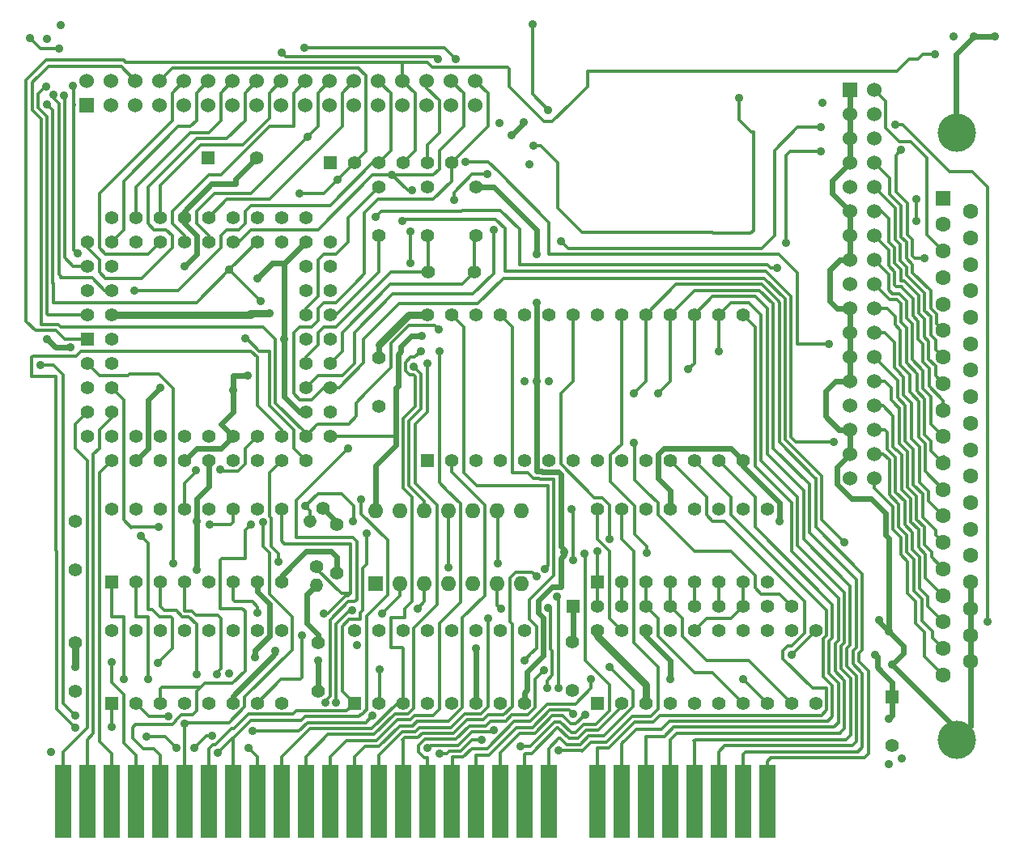
<source format=gtl>
%TF.GenerationSoftware,KiCad,Pcbnew,(5.1.6-0)*%
%TF.CreationDate,2020-08-23T17:23:21-05:00*%
%TF.ProjectId,isa_fdc.kicad_DB37-v3.1.2_pcb,6973615f-6664-4632-9e6b-696361645f44,rev?*%
%TF.SameCoordinates,Original*%
%TF.FileFunction,Copper,L1,Top*%
%TF.FilePolarity,Positive*%
%FSLAX46Y46*%
G04 Gerber Fmt 4.6, Leading zero omitted, Abs format (unit mm)*
G04 Created by KiCad (PCBNEW (5.1.6-0)) date 2020-08-23 17:23:21*
%MOMM*%
%LPD*%
G01*
G04 APERTURE LIST*
%TA.AperFunction,ComponentPad*%
%ADD10C,4.000000*%
%TD*%
%TA.AperFunction,ComponentPad*%
%ADD11C,1.600000*%
%TD*%
%TA.AperFunction,ComponentPad*%
%ADD12R,1.600000X1.600000*%
%TD*%
%TA.AperFunction,ComponentPad*%
%ADD13C,1.524000*%
%TD*%
%TA.AperFunction,ComponentPad*%
%ADD14R,1.524000X1.524000*%
%TD*%
%TA.AperFunction,ComponentPad*%
%ADD15C,1.400000*%
%TD*%
%TA.AperFunction,ComponentPad*%
%ADD16O,1.400000X1.400000*%
%TD*%
%TA.AperFunction,ComponentPad*%
%ADD17O,1.600000X1.600000*%
%TD*%
%TA.AperFunction,ComponentPad*%
%ADD18C,1.397000*%
%TD*%
%TA.AperFunction,ComponentPad*%
%ADD19R,1.397000X1.397000*%
%TD*%
%TA.AperFunction,ConnectorPad*%
%ADD20R,1.778000X7.620000*%
%TD*%
%TA.AperFunction,ViaPad*%
%ADD21C,0.889000*%
%TD*%
%TA.AperFunction,Conductor*%
%ADD22C,0.368300*%
%TD*%
%TA.AperFunction,Conductor*%
%ADD23C,0.368000*%
%TD*%
%TA.AperFunction,Conductor*%
%ADD24C,0.632460*%
%TD*%
%TA.AperFunction,Conductor*%
%ADD25C,0.762000*%
%TD*%
G04 APERTURE END LIST*
D10*
%TO.P,P2,0*%
%TO.N,GND*%
X197647500Y-59750000D03*
X197647500Y-123250000D03*
D11*
%TO.P,P2,37*%
X199067500Y-115045000D03*
%TO.P,P2,36*%
X199067500Y-112275000D03*
%TO.P,P2,35*%
X199067500Y-109505000D03*
%TO.P,P2,34*%
X199067500Y-106735000D03*
%TO.P,P2,33*%
X199067500Y-103965000D03*
%TO.P,P2,32*%
X199067500Y-101195000D03*
%TO.P,P2,31*%
X199067500Y-98425000D03*
%TO.P,P2,30*%
X199067500Y-95655000D03*
%TO.P,P2,29*%
X199067500Y-92885000D03*
%TO.P,P2,28*%
X199067500Y-90115000D03*
%TO.P,P2,27*%
X199067500Y-87345000D03*
%TO.P,P2,26*%
X199067500Y-84575000D03*
%TO.P,P2,25*%
X199067500Y-81805000D03*
%TO.P,P2,24*%
X199067500Y-79035000D03*
%TO.P,P2,23*%
X199067500Y-76265000D03*
%TO.P,P2,22*%
X199067500Y-73495000D03*
%TO.P,P2,21*%
X199067500Y-70725000D03*
%TO.P,P2,20*%
X199067500Y-67955000D03*
%TO.P,P2,19*%
%TO.N,/DSKCG*%
X196227500Y-116430000D03*
%TO.P,P2,18*%
%TO.N,/HDSEL*%
X196227500Y-113660000D03*
%TO.P,P2,17*%
%TO.N,/RDATA*%
X196227500Y-110890000D03*
%TO.P,P2,16*%
%TO.N,/WP*%
X196227500Y-108120000D03*
%TO.P,P2,15*%
%TO.N,/TRK00*%
X196227500Y-105350000D03*
%TO.P,P2,14*%
%TO.N,/WE*%
X196227500Y-102580000D03*
%TO.P,P2,13*%
%TO.N,/WDATA*%
X196227500Y-99810000D03*
%TO.P,P2,12*%
%TO.N,/STEP*%
X196227500Y-97040000D03*
%TO.P,P2,11*%
%TO.N,/DIR*%
X196227500Y-94270000D03*
%TO.P,P2,10*%
%TO.N,/ME3*%
X196227500Y-91500000D03*
%TO.P,P2,9*%
%TO.N,/DS2*%
X196227500Y-88730000D03*
%TO.P,P2,8*%
%TO.N,/DS3*%
X196227500Y-85960000D03*
%TO.P,P2,7*%
%TO.N,/ME2*%
X196227500Y-83190000D03*
%TO.P,P2,6*%
%TO.N,/INDEX*%
X196227500Y-80420000D03*
%TO.P,P2,5*%
%TO.N,Net-(P2-Pad5)*%
X196227500Y-77650000D03*
%TO.P,P2,4*%
%TO.N,Net-(P2-Pad4)*%
X196227500Y-74880000D03*
%TO.P,P2,3*%
%TO.N,/DENSL*%
X196227500Y-72110000D03*
%TO.P,P2,2*%
%TO.N,Net-(P2-Pad2)*%
X196227500Y-69340000D03*
D12*
%TO.P,P2,1*%
%TO.N,Net-(P2-Pad1)*%
X196227500Y-66570000D03*
%TD*%
D13*
%TO.P,P3,34*%
%TO.N,/DSKCG*%
X189010000Y-95870000D03*
%TO.P,P3,33*%
%TO.N,Net-(P3-Pad33)*%
X186470000Y-95870000D03*
%TO.P,P3,32*%
%TO.N,/HDSEL*%
X189010000Y-93330000D03*
%TO.P,P3,31*%
%TO.N,GND*%
X186470000Y-93330000D03*
%TO.P,P3,29*%
X186470000Y-90790000D03*
%TO.P,P3,30*%
%TO.N,/RDATA*%
X189010000Y-90790000D03*
%TO.P,P3,27*%
%TO.N,Net-(P3-Pad27)*%
X186470000Y-88250000D03*
%TO.P,P3,28*%
%TO.N,/WP*%
X189010000Y-88250000D03*
%TO.P,P3,26*%
%TO.N,/TRK00*%
X189010000Y-85710000D03*
%TO.P,P3,25*%
%TO.N,GND*%
X186470000Y-85710000D03*
%TO.P,P3,24*%
%TO.N,/WE*%
X189010000Y-83170000D03*
%TO.P,P3,23*%
%TO.N,GND*%
X186470000Y-83170000D03*
%TO.P,P3,22*%
%TO.N,/WDATA*%
X189010000Y-80630000D03*
%TO.P,P3,21*%
%TO.N,GND*%
X186470000Y-80630000D03*
%TO.P,P3,20*%
%TO.N,/STEP*%
X189010000Y-78090000D03*
%TO.P,P3,19*%
%TO.N,GND*%
X186470000Y-78090000D03*
%TO.P,P3,18*%
%TO.N,/DIR*%
X189010000Y-75550000D03*
%TO.P,P3,17*%
%TO.N,Net-(P3-Pad17)*%
X186470000Y-75550000D03*
%TO.P,P3,16*%
%TO.N,/ME3*%
X189010000Y-73010000D03*
%TO.P,P3,15*%
%TO.N,GND*%
X186470000Y-73010000D03*
%TO.P,P3,14*%
%TO.N,/DS2*%
X189010000Y-70470000D03*
%TO.P,P3,13*%
%TO.N,GND*%
X186470000Y-70470000D03*
%TO.P,P3,12*%
%TO.N,/DS3*%
X189010000Y-67930000D03*
%TO.P,P3,11*%
%TO.N,GND*%
X186470000Y-67930000D03*
%TO.P,P3,10*%
%TO.N,/ME2*%
X189010000Y-65390000D03*
%TO.P,P3,9*%
%TO.N,Net-(P3-Pad9)*%
X186470000Y-65390000D03*
%TO.P,P3,8*%
%TO.N,/INDEX*%
X189010000Y-62850000D03*
%TO.P,P3,7*%
%TO.N,GND*%
X186470000Y-62850000D03*
%TO.P,P3,6*%
%TO.N,/DRATE0*%
X189010000Y-60310000D03*
%TO.P,P3,5*%
%TO.N,GND*%
X186470000Y-60310000D03*
%TO.P,P3,4*%
%TO.N,Net-(P3-Pad4)*%
X189010000Y-57770000D03*
%TO.P,P3,3*%
%TO.N,GND*%
X186470000Y-57770000D03*
%TO.P,P3,2*%
%TO.N,/DENSL*%
X189010000Y-55230000D03*
D14*
%TO.P,P3,1*%
%TO.N,GND*%
X186470000Y-55230000D03*
%TD*%
D15*
%TO.P,R2,1*%
%TO.N,/GT3*%
X130690000Y-105120000D03*
D16*
%TO.P,R2,2*%
%TO.N,VCC*%
X130690000Y-107020000D03*
%TD*%
%TO.P,R1,2*%
%TO.N,/GT2*%
%TA.AperFunction,ComponentPad*%
G36*
G01*
X130501472Y-99868528D02*
X130501472Y-99868528D01*
G75*
G02*
X130501472Y-100858478I-494975J-494975D01*
G01*
X130501472Y-100858478D01*
G75*
G02*
X129511522Y-100858478I-494975J494975D01*
G01*
X129511522Y-100858478D01*
G75*
G02*
X129511522Y-99868528I494975J494975D01*
G01*
X129511522Y-99868528D01*
G75*
G02*
X130501472Y-99868528I494975J-494975D01*
G01*
G37*
%TD.AperFunction*%
D15*
%TO.P,R1,1*%
%TO.N,VCC*%
X131350000Y-99020000D03*
%TD*%
D12*
%TO.P,U2,1*%
%TO.N,/GT3*%
X136880000Y-106910000D03*
D17*
%TO.P,U2,8*%
%TO.N,/DRQ2*%
X152120000Y-99290000D03*
%TO.P,U2,2*%
%TO.N,/~DACK3*%
X139420000Y-106910000D03*
%TO.P,U2,9*%
%TO.N,/DRQ*%
X149580000Y-99290000D03*
%TO.P,U2,3*%
%TO.N,/~DACK*%
X141960000Y-106910000D03*
%TO.P,U2,10*%
%TO.N,/GT2*%
X147040000Y-99290000D03*
%TO.P,U2,4*%
%TO.N,/GT3*%
X144500000Y-106910000D03*
%TO.P,U2,11*%
%TO.N,/~DACK*%
X144500000Y-99290000D03*
%TO.P,U2,5*%
%TO.N,/DRQ*%
X147040000Y-106910000D03*
%TO.P,U2,12*%
%TO.N,/~DACK2*%
X141960000Y-99290000D03*
%TO.P,U2,6*%
%TO.N,/DRQ3*%
X149580000Y-106910000D03*
%TO.P,U2,13*%
%TO.N,/GT2*%
X139420000Y-99290000D03*
%TO.P,U2,7*%
%TO.N,GND*%
X152120000Y-106910000D03*
%TO.P,U2,14*%
%TO.N,VCC*%
X136880000Y-99290000D03*
%TD*%
D18*
%TO.P,C2,1*%
%TO.N,VCC*%
X132790000Y-100680000D03*
%TO.P,C2,2*%
%TO.N,GND*%
X132790000Y-105760000D03*
%TD*%
D19*
%TO.P,SW1,1*%
%TO.N,/IRQ3*%
X109220000Y-106680000D03*
D18*
%TO.P,SW1,2*%
%TO.N,/IRQ4*%
X111760000Y-106680000D03*
%TO.P,SW1,3*%
%TO.N,/IRQ5*%
X114300000Y-106680000D03*
%TO.P,SW1,4*%
%TO.N,/IRQ6*%
X116840000Y-106680000D03*
%TO.P,SW1,5*%
%TO.N,/0x3F0*%
X119380000Y-106680000D03*
%TO.P,SW1,6*%
%TO.N,/0x370*%
X121920000Y-106680000D03*
%TO.P,SW1,7*%
%TO.N,GND*%
X124460000Y-106680000D03*
%TO.P,SW1,8*%
X127000000Y-106680000D03*
%TO.P,SW1,9*%
%TO.N,/GT3*%
X127000000Y-99060000D03*
%TO.P,SW1,10*%
%TO.N,/GT2*%
X124460000Y-99060000D03*
%TO.P,SW1,11*%
%TO.N,/~FDC_CS*%
X121920000Y-99060000D03*
%TO.P,SW1,12*%
X119380000Y-99060000D03*
%TO.P,SW1,13*%
%TO.N,/FDC_IRQ*%
X116840000Y-99060000D03*
%TO.P,SW1,14*%
X114300000Y-99060000D03*
%TO.P,SW1,15*%
X111760000Y-99060000D03*
%TO.P,SW1,16*%
X109220000Y-99060000D03*
%TD*%
D20*
%TO.P,BUS1,33*%
%TO.N,/D7*%
X177800000Y-129644500D03*
%TO.P,BUS1,34*%
%TO.N,/D6*%
X175260000Y-129644500D03*
%TO.P,BUS1,35*%
%TO.N,/D5*%
X172720000Y-129644500D03*
%TO.P,BUS1,36*%
%TO.N,/D4*%
X170180000Y-129644500D03*
%TO.P,BUS1,37*%
%TO.N,/D3*%
X167640000Y-129644500D03*
%TO.P,BUS1,38*%
%TO.N,/D2*%
X165100000Y-129644500D03*
%TO.P,BUS1,39*%
%TO.N,/D1*%
X162560000Y-129644500D03*
%TO.P,BUS1,40*%
%TO.N,/D0*%
X160020000Y-129644500D03*
%TO.P,BUS1,42*%
%TO.N,/AEN*%
X154940000Y-129644500D03*
%TO.P,BUS1,43*%
%TO.N,/A19*%
X152400000Y-129644500D03*
%TO.P,BUS1,44*%
%TO.N,/A18*%
X149860000Y-129644500D03*
%TO.P,BUS1,45*%
%TO.N,/A17*%
X147320000Y-129644500D03*
%TO.P,BUS1,46*%
%TO.N,/A16*%
X144780000Y-129644500D03*
%TO.P,BUS1,47*%
%TO.N,/A15*%
X142240000Y-129644500D03*
%TO.P,BUS1,48*%
%TO.N,/A14*%
X139700000Y-129644500D03*
%TO.P,BUS1,49*%
%TO.N,/A13*%
X137160000Y-129644500D03*
%TO.P,BUS1,50*%
%TO.N,/A12*%
X134620000Y-129644500D03*
%TO.P,BUS1,51*%
%TO.N,/A11*%
X132080000Y-129644500D03*
%TO.P,BUS1,52*%
%TO.N,/A10*%
X129540000Y-129644500D03*
%TO.P,BUS1,53*%
%TO.N,/A9*%
X127000000Y-129644500D03*
%TO.P,BUS1,54*%
%TO.N,/A8*%
X124460000Y-129644500D03*
%TO.P,BUS1,55*%
%TO.N,/A7*%
X121920000Y-129644500D03*
%TO.P,BUS1,56*%
%TO.N,/A6*%
X119380000Y-129644500D03*
%TO.P,BUS1,57*%
%TO.N,/A5*%
X116840000Y-129644500D03*
%TO.P,BUS1,58*%
%TO.N,/A4*%
X114300000Y-129644500D03*
%TO.P,BUS1,59*%
%TO.N,/A3*%
X111760000Y-129644500D03*
%TO.P,BUS1,60*%
%TO.N,/A2*%
X109220000Y-129644500D03*
%TO.P,BUS1,61*%
%TO.N,/A1*%
X106680000Y-129644500D03*
%TO.P,BUS1,62*%
%TO.N,/A0*%
X104140000Y-129644500D03*
%TD*%
D18*
%TO.P,C11,2*%
%TO.N,GND*%
X190890000Y-123800000D03*
D19*
%TO.P,C11,1*%
%TO.N,VCC*%
X190890000Y-118720000D03*
%TD*%
%TO.P,C12,1*%
%TO.N,VCC*%
X119350000Y-62340000D03*
D18*
%TO.P,C12,2*%
%TO.N,GND*%
X124430000Y-62340000D03*
%TD*%
D19*
%TO.P,U5,1*%
%TO.N,GND*%
X160020000Y-119380000D03*
D18*
%TO.P,U5,2*%
%TO.N,/A19*%
X162560000Y-119380000D03*
%TO.P,U5,3*%
%TO.N,VCC*%
X165100000Y-119380000D03*
%TO.P,U5,4*%
%TO.N,/A18*%
X167640000Y-119380000D03*
%TO.P,U5,5*%
%TO.N,VCC*%
X170180000Y-119380000D03*
%TO.P,U5,6*%
%TO.N,/A17*%
X172720000Y-119380000D03*
%TO.P,U5,7*%
%TO.N,Net-(RR1-Pad4)*%
X175260000Y-119380000D03*
%TO.P,U5,8*%
%TO.N,/A16*%
X177800000Y-119380000D03*
%TO.P,U5,9*%
%TO.N,Net-(RR1-Pad5)*%
X180340000Y-119380000D03*
%TO.P,U5,10*%
%TO.N,GND*%
X182880000Y-119380000D03*
%TO.P,U5,11*%
%TO.N,/A15*%
X182880000Y-111760000D03*
%TO.P,U5,12*%
%TO.N,Net-(RR1-Pad6)*%
X180340000Y-111760000D03*
%TO.P,U5,13*%
%TO.N,/A14*%
X177800000Y-111760000D03*
%TO.P,U5,14*%
%TO.N,Net-(RR1-Pad7)*%
X175260000Y-111760000D03*
%TO.P,U5,15*%
%TO.N,/A13*%
X172720000Y-111760000D03*
%TO.P,U5,16*%
%TO.N,Net-(RR1-Pad8)*%
X170180000Y-111760000D03*
%TO.P,U5,17*%
%TO.N,GND*%
X167640000Y-111760000D03*
%TO.P,U5,18*%
X165100000Y-111760000D03*
%TO.P,U5,19*%
%TO.N,/~ROM_CS_IN*%
X162560000Y-111760000D03*
%TO.P,U5,20*%
%TO.N,VCC*%
X160020000Y-111760000D03*
%TD*%
D19*
%TO.P,U7,1*%
%TO.N,/A7*%
X109220000Y-119380000D03*
D18*
%TO.P,U7,2*%
%TO.N,/A5*%
X111760000Y-119380000D03*
%TO.P,U7,3*%
%TO.N,/A4*%
X114300000Y-119380000D03*
%TO.P,U7,4*%
%TO.N,/AEN*%
X116840000Y-119380000D03*
%TO.P,U7,5*%
%TO.N,Net-(U6-Pad7)*%
X119380000Y-119380000D03*
%TO.P,U7,6*%
%TO.N,VCC*%
X121920000Y-119380000D03*
%TO.P,U7,7*%
%TO.N,/0x3F0*%
X124460000Y-119380000D03*
%TO.P,U7,8*%
%TO.N,GND*%
X127000000Y-119380000D03*
%TO.P,U7,9*%
%TO.N,/0x370*%
X127000000Y-111760000D03*
%TO.P,U7,10*%
%TO.N,Net-(U7-Pad10)*%
X124460000Y-111760000D03*
%TO.P,U7,11*%
%TO.N,Net-(U7-Pad11)*%
X121920000Y-111760000D03*
%TO.P,U7,12*%
%TO.N,Net-(U7-Pad12)*%
X119380000Y-111760000D03*
%TO.P,U7,13*%
%TO.N,Net-(U7-Pad13)*%
X116840000Y-111760000D03*
%TO.P,U7,14*%
%TO.N,Net-(U7-Pad14)*%
X114300000Y-111760000D03*
%TO.P,U7,15*%
%TO.N,Net-(U7-Pad15)*%
X111760000Y-111760000D03*
%TO.P,U7,16*%
%TO.N,VCC*%
X109220000Y-111760000D03*
%TD*%
D19*
%TO.P,U6,1*%
%TO.N,/A6*%
X134620000Y-119380000D03*
D18*
%TO.P,U6,2*%
%TO.N,/A8*%
X137160000Y-119380000D03*
%TO.P,U6,3*%
%TO.N,/A9*%
X139700000Y-119380000D03*
%TO.P,U6,4*%
%TO.N,GND*%
X142240000Y-119380000D03*
%TO.P,U6,5*%
X144780000Y-119380000D03*
%TO.P,U6,6*%
%TO.N,VCC*%
X147320000Y-119380000D03*
%TO.P,U6,7*%
%TO.N,Net-(U6-Pad7)*%
X149860000Y-119380000D03*
%TO.P,U6,8*%
%TO.N,GND*%
X152400000Y-119380000D03*
%TO.P,U6,9*%
%TO.N,Net-(U6-Pad9)*%
X152400000Y-111760000D03*
%TO.P,U6,10*%
%TO.N,Net-(U6-Pad10)*%
X149860000Y-111760000D03*
%TO.P,U6,11*%
%TO.N,Net-(U6-Pad11)*%
X147320000Y-111760000D03*
%TO.P,U6,12*%
%TO.N,Net-(U6-Pad12)*%
X144780000Y-111760000D03*
%TO.P,U6,13*%
%TO.N,Net-(U6-Pad13)*%
X142240000Y-111760000D03*
%TO.P,U6,14*%
%TO.N,Net-(U6-Pad14)*%
X139700000Y-111760000D03*
%TO.P,U6,15*%
%TO.N,Net-(U6-Pad15)*%
X137160000Y-111760000D03*
%TO.P,U6,16*%
%TO.N,VCC*%
X134620000Y-111760000D03*
%TD*%
D19*
%TO.P,SW2,1*%
%TO.N,/~ROM_CS*%
X160020000Y-106680000D03*
D18*
%TO.P,SW2,2*%
%TO.N,/~ROMW*%
X162560000Y-106680000D03*
%TO.P,SW2,3*%
%TO.N,Net-(RR1-Pad4)*%
X165100000Y-106680000D03*
%TO.P,SW2,4*%
%TO.N,Net-(RR1-Pad5)*%
X167640000Y-106680000D03*
%TO.P,SW2,5*%
%TO.N,Net-(RR1-Pad6)*%
X170180000Y-106680000D03*
%TO.P,SW2,6*%
%TO.N,Net-(RR1-Pad7)*%
X172720000Y-106680000D03*
%TO.P,SW2,7*%
%TO.N,Net-(RR1-Pad8)*%
X175260000Y-106680000D03*
%TO.P,SW2,8*%
%TO.N,Net-(SW2-Pad8)*%
X177800000Y-106680000D03*
%TO.P,SW2,9*%
%TO.N,Net-(SW2-Pad9)*%
X177800000Y-99060000D03*
%TO.P,SW2,10*%
%TO.N,GND*%
X175260000Y-99060000D03*
%TO.P,SW2,11*%
X172720000Y-99060000D03*
%TO.P,SW2,12*%
X170180000Y-99060000D03*
%TO.P,SW2,13*%
X167640000Y-99060000D03*
%TO.P,SW2,14*%
X165100000Y-99060000D03*
%TO.P,SW2,15*%
%TO.N,/~MEMW*%
X162560000Y-99060000D03*
%TO.P,SW2,16*%
%TO.N,/~ROM_CS_IN*%
X160020000Y-99060000D03*
%TD*%
%TO.P,C1,1*%
%TO.N,VCC*%
X105410000Y-100330000D03*
%TO.P,C1,2*%
%TO.N,GND*%
X105410000Y-105410000D03*
%TD*%
%TO.P,C7,1*%
%TO.N,VCC*%
X105410000Y-113030000D03*
%TO.P,C7,2*%
%TO.N,GND*%
X105410000Y-118110000D03*
%TD*%
%TO.P,C6,1*%
%TO.N,VCC*%
X130810000Y-113030000D03*
%TO.P,C6,2*%
%TO.N,GND*%
X130810000Y-118110000D03*
%TD*%
%TO.P,C5,1*%
%TO.N,VCC*%
X157470000Y-113020000D03*
%TO.P,C5,2*%
%TO.N,GND*%
X157470000Y-118100000D03*
%TD*%
%TO.P,C4,1*%
%TO.N,VCC*%
X137170000Y-83310000D03*
%TO.P,C4,2*%
%TO.N,GND*%
X137170000Y-88390000D03*
%TD*%
%TO.P,C16,1*%
%TO.N,Net-(C16-Pad1)*%
X142240000Y-70485000D03*
%TO.P,C16,2*%
%TO.N,GND*%
X142240000Y-65405000D03*
%TD*%
%TO.P,C15,1*%
%TO.N,Net-(C15-Pad1)*%
X147320000Y-70485000D03*
%TO.P,C15,2*%
%TO.N,GND*%
X147320000Y-65405000D03*
%TD*%
D19*
%TO.P,U4,1*%
%TO.N,/RDY/~BUSY*%
X142240000Y-93980000D03*
D18*
%TO.P,U4,2*%
%TO.N,/A12*%
X144780000Y-93980000D03*
%TO.P,U4,3*%
%TO.N,/A7*%
X147320000Y-93980000D03*
%TO.P,U4,4*%
%TO.N,/A6*%
X149860000Y-93980000D03*
%TO.P,U4,5*%
%TO.N,/A5*%
X152400000Y-93980000D03*
%TO.P,U4,6*%
%TO.N,/A4*%
X154940000Y-93980000D03*
%TO.P,U4,7*%
%TO.N,/A3*%
X157480000Y-93980000D03*
%TO.P,U4,8*%
%TO.N,/A2*%
X160020000Y-93980000D03*
%TO.P,U4,9*%
%TO.N,/A1*%
X162560000Y-93980000D03*
%TO.P,U4,10*%
%TO.N,/A0*%
X165100000Y-93980000D03*
%TO.P,U4,11*%
%TO.N,/D0*%
X167640000Y-93980000D03*
%TO.P,U4,12*%
%TO.N,/D1*%
X170180000Y-93980000D03*
%TO.P,U4,13*%
%TO.N,/D2*%
X172720000Y-93980000D03*
%TO.P,U4,14*%
%TO.N,GND*%
X175260000Y-93980000D03*
%TO.P,U4,15*%
%TO.N,/D3*%
X175260000Y-78740000D03*
%TO.P,U4,16*%
%TO.N,/D4*%
X172720000Y-78740000D03*
%TO.P,U4,17*%
%TO.N,/D5*%
X170180000Y-78740000D03*
%TO.P,U4,18*%
%TO.N,/D6*%
X167640000Y-78740000D03*
%TO.P,U4,19*%
%TO.N,/D7*%
X165100000Y-78740000D03*
%TO.P,U4,20*%
%TO.N,/~ROM_CS*%
X162560000Y-78740000D03*
%TO.P,U4,21*%
%TO.N,/A10*%
X160020000Y-78740000D03*
%TO.P,U4,22*%
%TO.N,/~MEMR*%
X157480000Y-78740000D03*
%TO.P,U4,23*%
%TO.N,/A11*%
X154940000Y-78740000D03*
%TO.P,U4,24*%
%TO.N,/A9*%
X152400000Y-78740000D03*
%TO.P,U4,25*%
%TO.N,/A8*%
X149860000Y-78740000D03*
%TO.P,U4,26*%
%TO.N,Net-(U4-Pad26)*%
X147320000Y-78740000D03*
%TO.P,U4,27*%
%TO.N,/~ROMW*%
X144780000Y-78740000D03*
%TO.P,U4,28*%
%TO.N,VCC*%
X142240000Y-78740000D03*
%TD*%
%TO.P,C17,1*%
%TO.N,Net-(C17-Pad1)*%
X137160000Y-65405000D03*
%TO.P,C17,2*%
%TO.N,Net-(C17-Pad2)*%
X137160000Y-70485000D03*
%TD*%
D19*
%TO.P,U1,1*%
%TO.N,/WP*%
X106680000Y-81280000D03*
D18*
%TO.P,U1,2*%
%TO.N,/TRK00*%
X109220000Y-81280000D03*
%TO.P,U1,3*%
%TO.N,/~DACK*%
X106680000Y-83820000D03*
%TO.P,U1,4*%
%TO.N,/~IOR*%
X109220000Y-83820000D03*
%TO.P,U1,5*%
%TO.N,/~IOW*%
X106680000Y-86360000D03*
%TO.P,U1,6*%
%TO.N,/~FDC_CS*%
X109220000Y-86360000D03*
%TO.P,U1,7*%
%TO.N,/A0*%
X106680000Y-88900000D03*
%TO.P,U1,8*%
%TO.N,/A1*%
X109220000Y-88900000D03*
%TO.P,U1,9*%
%TO.N,GND*%
X106680000Y-91440000D03*
%TO.P,U1,10*%
%TO.N,/A2*%
X109220000Y-93980000D03*
%TO.P,U1,11*%
%TO.N,/D0*%
X109220000Y-91440000D03*
%TO.P,U1,12*%
%TO.N,GND*%
X111760000Y-93980000D03*
%TO.P,U1,13*%
%TO.N,/D1*%
X111760000Y-91440000D03*
%TO.P,U1,14*%
%TO.N,/D2*%
X114300000Y-93980000D03*
%TO.P,U1,15*%
%TO.N,/D3*%
X114300000Y-91440000D03*
%TO.P,U1,16*%
%TO.N,GND*%
X116840000Y-93980000D03*
%TO.P,U1,17*%
%TO.N,/D4*%
X116840000Y-91440000D03*
%TO.P,U1,18*%
%TO.N,VCC*%
X119380000Y-93980000D03*
%TO.P,U1,19*%
%TO.N,/D5*%
X119380000Y-91440000D03*
%TO.P,U1,20*%
%TO.N,/D6*%
X121920000Y-93980000D03*
%TO.P,U1,21*%
%TO.N,GND*%
X121920000Y-91440000D03*
%TO.P,U1,22*%
%TO.N,/D7*%
X124460000Y-93980000D03*
%TO.P,U1,23*%
%TO.N,/FDC_IRQ*%
X124460000Y-91440000D03*
%TO.P,U1,24*%
%TO.N,/DRQ*%
X127000000Y-93980000D03*
%TO.P,U1,25*%
%TO.N,/TC*%
X127000000Y-91440000D03*
%TO.P,U1,26*%
%TO.N,/INDEX*%
X129540000Y-93980000D03*
%TO.P,U1,27*%
%TO.N,VCC*%
X132080000Y-91440000D03*
%TO.P,U1,28*%
%TO.N,/DRATE0*%
X129540000Y-91440000D03*
%TO.P,U1,29*%
%TO.N,Net-(U1-Pad29)*%
X132080000Y-88900000D03*
%TO.P,U1,30*%
%TO.N,GND*%
X129540000Y-88900000D03*
%TO.P,U1,31*%
%TO.N,/DSKCG*%
X132080000Y-86360000D03*
%TO.P,U1,32*%
%TO.N,/RESETDRV*%
X129540000Y-86360000D03*
%TO.P,U1,33*%
%TO.N,Net-(C15-Pad1)*%
X132080000Y-83820000D03*
%TO.P,U1,34*%
%TO.N,Net-(C16-Pad1)*%
X129540000Y-83820000D03*
%TO.P,U1,35*%
%TO.N,GND*%
X132080000Y-81280000D03*
%TO.P,U1,36*%
X129540000Y-81280000D03*
%TO.P,U1,37*%
%TO.N,Net-(C17-Pad2)*%
X132080000Y-78740000D03*
%TO.P,U1,38*%
%TO.N,Net-(C17-Pad1)*%
X129540000Y-78740000D03*
%TO.P,U1,39*%
%TO.N,VCC*%
X132080000Y-76200000D03*
%TO.P,U1,40*%
X129540000Y-76200000D03*
%TO.P,U1,41*%
%TO.N,/RDATA*%
X132080000Y-73660000D03*
%TO.P,U1,42*%
%TO.N,Net-(U1-Pad42)*%
X129540000Y-73660000D03*
%TO.P,U1,43*%
%TO.N,Net-(U1-Pad43)*%
X132080000Y-71120000D03*
%TO.P,U1,44*%
%TO.N,Net-(U1-Pad44)*%
X129540000Y-68580000D03*
%TO.P,U1,45*%
%TO.N,GND*%
X129540000Y-71120000D03*
%TO.P,U1,46*%
%TO.N,VCC*%
X127000000Y-68580000D03*
%TO.P,U1,47*%
%TO.N,Net-(U1-Pad47)*%
X127000000Y-71120000D03*
%TO.P,U1,48*%
%TO.N,Net-(U1-Pad48)*%
X124460000Y-68580000D03*
%TO.P,U1,49*%
%TO.N,/DENSL*%
X124460000Y-71120000D03*
%TO.P,U1,50*%
%TO.N,GND*%
X121920000Y-68580000D03*
%TO.P,U1,51*%
%TO.N,/HDSEL*%
X121920000Y-71120000D03*
%TO.P,U1,52*%
%TO.N,/WE*%
X119380000Y-68580000D03*
%TO.P,U1,53*%
%TO.N,/WDATA*%
X119380000Y-71120000D03*
%TO.P,U1,54*%
%TO.N,GND*%
X116840000Y-68580000D03*
%TO.P,U1,55*%
%TO.N,/STEP*%
X116840000Y-71120000D03*
%TO.P,U1,56*%
%TO.N,/DIR*%
X114300000Y-68580000D03*
%TO.P,U1,57*%
%TO.N,/MEA*%
X114300000Y-71120000D03*
%TO.P,U1,58*%
%TO.N,/DSA*%
X111760000Y-68580000D03*
%TO.P,U1,59*%
%TO.N,GND*%
X111760000Y-71120000D03*
%TO.P,U1,60*%
%TO.N,VCC*%
X109220000Y-68580000D03*
%TO.P,U1,61*%
%TO.N,/MEB*%
X106680000Y-71120000D03*
%TO.P,U1,62*%
%TO.N,/DSB*%
X109220000Y-71120000D03*
%TO.P,U1,63*%
%TO.N,/ME2*%
X106680000Y-73660000D03*
%TO.P,U1,64*%
%TO.N,/DS2*%
X109220000Y-73660000D03*
%TO.P,U1,65*%
%TO.N,GND*%
X106680000Y-76200000D03*
%TO.P,U1,66*%
%TO.N,/ME3*%
X109220000Y-76200000D03*
%TO.P,U1,67*%
%TO.N,/DS3*%
X106680000Y-78740000D03*
%TO.P,U1,68*%
%TO.N,VCC*%
X109220000Y-78740000D03*
%TD*%
D14*
%TO.P,P1,1*%
%TO.N,GND*%
X106670000Y-56840000D03*
D13*
%TO.P,P1,2*%
%TO.N,/DENSL*%
X106670000Y-54300000D03*
%TO.P,P1,3*%
%TO.N,GND*%
X109210000Y-56840000D03*
%TO.P,P1,4*%
%TO.N,Net-(P1-Pad4)*%
X109210000Y-54300000D03*
%TO.P,P1,5*%
%TO.N,GND*%
X111750000Y-56840000D03*
%TO.P,P1,6*%
%TO.N,/DRATE0*%
X111750000Y-54300000D03*
%TO.P,P1,7*%
%TO.N,GND*%
X114290000Y-56840000D03*
%TO.P,P1,8*%
%TO.N,/INDEX*%
X114290000Y-54300000D03*
%TO.P,P1,9*%
%TO.N,Net-(P1-Pad9)*%
X116830000Y-56840000D03*
%TO.P,P1,10*%
%TO.N,/MEA*%
X116830000Y-54300000D03*
%TO.P,P1,11*%
%TO.N,GND*%
X119370000Y-56840000D03*
%TO.P,P1,12*%
%TO.N,/DSB*%
X119370000Y-54300000D03*
%TO.P,P1,13*%
%TO.N,GND*%
X121910000Y-56840000D03*
%TO.P,P1,14*%
%TO.N,/DSA*%
X121910000Y-54300000D03*
%TO.P,P1,15*%
%TO.N,GND*%
X124450000Y-56840000D03*
%TO.P,P1,16*%
%TO.N,/MEB*%
X124450000Y-54300000D03*
%TO.P,P1,17*%
%TO.N,Net-(P1-Pad17)*%
X126990000Y-56840000D03*
%TO.P,P1,18*%
%TO.N,/DIR*%
X126990000Y-54300000D03*
%TO.P,P1,19*%
%TO.N,GND*%
X129530000Y-56840000D03*
%TO.P,P1,20*%
%TO.N,/STEP*%
X129530000Y-54300000D03*
%TO.P,P1,21*%
%TO.N,GND*%
X132070000Y-56840000D03*
%TO.P,P1,22*%
%TO.N,/WDATA*%
X132070000Y-54300000D03*
%TO.P,P1,23*%
%TO.N,GND*%
X134610000Y-56840000D03*
%TO.P,P1,24*%
%TO.N,/WE*%
X134610000Y-54300000D03*
%TO.P,P1,25*%
%TO.N,GND*%
X137150000Y-56840000D03*
%TO.P,P1,26*%
%TO.N,/TRK00*%
X137150000Y-54300000D03*
%TO.P,P1,28*%
%TO.N,/WP*%
X139690000Y-54300000D03*
%TO.P,P1,27*%
%TO.N,Net-(P1-Pad27)*%
X139690000Y-56840000D03*
%TO.P,P1,30*%
%TO.N,/RDATA*%
X142230000Y-54300000D03*
%TO.P,P1,29*%
%TO.N,GND*%
X142230000Y-56840000D03*
%TO.P,P1,31*%
X144770000Y-56840000D03*
%TO.P,P1,32*%
%TO.N,/HDSEL*%
X144770000Y-54300000D03*
%TO.P,P1,33*%
%TO.N,Net-(P1-Pad33)*%
X147310000Y-56840000D03*
%TO.P,P1,34*%
%TO.N,/DSKCG*%
X147310000Y-54300000D03*
%TD*%
D19*
%TO.P,RR1,1*%
%TO.N,VCC*%
X157480000Y-109220000D03*
D18*
%TO.P,RR1,2*%
%TO.N,/~ROM_CS*%
X160020000Y-109220000D03*
%TO.P,RR1,3*%
%TO.N,/~ROMW*%
X162560000Y-109220000D03*
%TO.P,RR1,4*%
%TO.N,Net-(RR1-Pad4)*%
X165100000Y-109220000D03*
%TO.P,RR1,5*%
%TO.N,Net-(RR1-Pad5)*%
X167640000Y-109220000D03*
%TO.P,RR1,6*%
%TO.N,Net-(RR1-Pad6)*%
X170180000Y-109220000D03*
%TO.P,RR1,7*%
%TO.N,Net-(RR1-Pad7)*%
X172720000Y-109220000D03*
%TO.P,RR1,8*%
%TO.N,Net-(RR1-Pad8)*%
X175260000Y-109220000D03*
%TO.P,RR1,9*%
%TO.N,Net-(RR1-Pad9)*%
X177800000Y-109220000D03*
%TO.P,RR1,10*%
%TO.N,/RDY/~BUSY*%
X180340000Y-109220000D03*
%TD*%
%TO.P,RR2,6*%
%TO.N,/DSKCG*%
X144780000Y-62865000D03*
%TO.P,RR2,5*%
%TO.N,/RDATA*%
X142240000Y-62865000D03*
%TO.P,RR2,4*%
%TO.N,/WP*%
X139700000Y-62865000D03*
%TO.P,RR2,3*%
%TO.N,/TRK00*%
X137160000Y-62865000D03*
%TO.P,RR2,2*%
%TO.N,/INDEX*%
X134620000Y-62865000D03*
D19*
%TO.P,RR2,1*%
%TO.N,VCC*%
X132080000Y-62865000D03*
%TD*%
D18*
%TO.P,X1,1*%
%TO.N,Net-(C15-Pad1)*%
X147220940Y-74295000D03*
%TO.P,X1,2*%
%TO.N,Net-(C16-Pad1)*%
X142339060Y-74295000D03*
%TD*%
D21*
%TO.N,/A10*%
X142240000Y-83820000D03*
%TO.N,/A11*%
X143510000Y-82550000D03*
%TO.N,/A13*%
X148590000Y-110490000D03*
%TO.N,/A14*%
X153700000Y-106170000D03*
%TO.N,/A15*%
X154460000Y-115920000D03*
X180340000Y-114300000D03*
%TO.N,/A16*%
X159385000Y-116840000D03*
X175260000Y-116840000D03*
%TO.N,/A17*%
X157535897Y-120541466D03*
%TO.N,/A18*%
X158823920Y-120581218D03*
%TO.N,/A3*%
X114080000Y-115150000D03*
X109300000Y-115120000D03*
X112310000Y-101910000D03*
%TO.N,/A4*%
X123790000Y-100730000D03*
%TO.N,/A5*%
X125070000Y-100470000D03*
X116877000Y-121568000D03*
X115174033Y-120754763D03*
%TO.N,/A6*%
X135970000Y-101600000D03*
%TO.N,/A7*%
X135360000Y-98120000D03*
X109297000Y-121908000D03*
X119771460Y-122788958D03*
X120343930Y-124551553D03*
X117861000Y-124056000D03*
X112895000Y-122895000D03*
X116000009Y-124055000D03*
%TO.N,/A8*%
X152400000Y-114935000D03*
X137322500Y-115887500D03*
X123577340Y-124089000D03*
%TO.N,/A9*%
X141605000Y-82550000D03*
%TO.N,/AEN*%
X161290000Y-115570000D03*
%TO.N,/D4*%
X172720000Y-82550000D03*
%TO.N,/D5*%
X169545000Y-84455000D03*
%TO.N,/D6*%
X166370000Y-86995000D03*
%TO.N,/D7*%
X163830000Y-86995000D03*
%TO.N,/DENSL*%
X102500000Y-56750000D03*
X183630000Y-56560000D03*
X121505000Y-74075000D03*
X124810000Y-77380000D03*
X174874499Y-56115501D03*
X153353622Y-61053622D03*
%TO.N,/DIR*%
X127000000Y-51310000D03*
X143412831Y-52017340D03*
%TO.N,/DRQ2*%
X157520000Y-104470000D03*
X157320000Y-99070000D03*
%TO.N,/DSKCG*%
X185875000Y-102545000D03*
%TO.N,/HDSEL*%
X184810000Y-92080000D03*
X139650000Y-69000000D03*
X140670000Y-65780000D03*
X138575000Y-64135000D03*
%TO.N,/INDEX*%
X178880000Y-73860000D03*
X123270000Y-81230000D03*
X128905000Y-66040000D03*
X132882500Y-64602500D03*
X136880000Y-68520000D03*
X183450151Y-61649849D03*
X179760000Y-71260000D03*
%TO.N,/IRQ3*%
X110490000Y-116840000D03*
%TO.N,/IRQ4*%
X113030000Y-116840000D03*
%TO.N,/IRQ5*%
X118110000Y-116350000D03*
%TO.N,/IRQ6*%
X120270000Y-116350000D03*
%TO.N,/IRQ7*%
X121520000Y-116300000D03*
%TO.N,/RDATA*%
X191180000Y-58880000D03*
X200850000Y-110871000D03*
%TO.N,/RDY/~BUSY*%
X163880000Y-92140000D03*
%TO.N,/RESETDRV*%
X149225000Y-69850000D03*
%TO.N,/STEP*%
X129432361Y-50867314D03*
X145203627Y-52017340D03*
%TO.N,/TC*%
X105410000Y-121920000D03*
%TO.N,/TRK00*%
X191810000Y-61540000D03*
X111590000Y-76200000D03*
X194260000Y-72820000D03*
%TO.N,/WDATA*%
X146260000Y-62770000D03*
X129747500Y-60117500D03*
X184260151Y-81830151D03*
%TO.N,/WP*%
X195360000Y-51500000D03*
%TO.N,/~DACK2*%
X103790000Y-50950000D03*
X154910000Y-57320000D03*
X153270000Y-48400000D03*
X101780000Y-84030000D03*
X105410000Y-120650000D03*
X140850000Y-84180000D03*
X140530000Y-73340000D03*
X140530000Y-70030000D03*
X145040000Y-66800000D03*
X148510000Y-64090000D03*
X100665000Y-49825000D03*
%TO.N,/~FDC_CS*%
X114200000Y-100980000D03*
X119480000Y-100670000D03*
%TO.N,/~IOR*%
X133985000Y-92710000D03*
X131580744Y-119296787D03*
%TO.N,/~IOW*%
X134380000Y-109700000D03*
X132723755Y-119296787D03*
%TO.N,/~MEMR*%
X158740000Y-103730000D03*
X161340000Y-102270000D03*
X151974012Y-123888717D03*
%TO.N,/~MEMW*%
X156011000Y-124339000D03*
%TO.N,/~ROMW*%
X154520000Y-105350000D03*
%TO.N,/~ROM_CS*%
X165220000Y-103700000D03*
X160020000Y-103505000D03*
%TO.N,GND*%
X124250000Y-114620000D03*
X191870000Y-125140000D03*
X190500000Y-125730000D03*
X102870000Y-124460000D03*
X151080000Y-60005000D03*
X102470000Y-49910000D03*
X153670000Y-77470000D03*
X152390000Y-58670000D03*
X153670000Y-85725000D03*
X154940000Y-85725000D03*
X130810000Y-114935000D03*
X121920000Y-86677500D03*
X189550000Y-110690000D03*
X167640000Y-116840000D03*
X103930000Y-48450000D03*
X179070000Y-100330000D03*
X190510000Y-111850000D03*
X114300000Y-86360000D03*
X153670000Y-72390000D03*
X199400000Y-49660000D03*
X152400000Y-85725000D03*
X124460000Y-74930000D03*
X201670000Y-49680000D03*
X149810000Y-58735000D03*
X116840000Y-73660000D03*
X127317500Y-81280000D03*
X102500000Y-81290000D03*
X197280000Y-49630000D03*
X123507500Y-85090000D03*
X104970000Y-82190000D03*
X156620000Y-103590000D03*
X190840000Y-115360000D03*
%TO.N,VCC*%
X141660000Y-80990000D03*
X126340000Y-113920000D03*
X105410000Y-115570000D03*
X147320000Y-113665000D03*
X125760000Y-78640000D03*
X118110000Y-100330000D03*
X118110000Y-105410000D03*
X134935000Y-113345000D03*
X152970000Y-63040000D03*
X190560000Y-121000000D03*
X189140000Y-114340000D03*
%TO.N,/DRATE0*%
X143470000Y-80290000D03*
X156260000Y-71090000D03*
X183385000Y-59175000D03*
%TO.N,/ME2*%
X104296109Y-55865517D03*
%TO.N,/DS3*%
X102360000Y-54910000D03*
%TO.N,/DS2*%
X105690000Y-72370000D03*
X105169407Y-54847075D03*
%TO.N,/ME3*%
X193410000Y-66650000D03*
X193410000Y-68970000D03*
X103155449Y-55792231D03*
%TO.N,/0x370*%
X124530000Y-109900000D03*
%TO.N,/0x3F0*%
X129130000Y-112330000D03*
%TO.N,/FDC_IRQ*%
X118090000Y-95000000D03*
X120640000Y-94940000D03*
%TO.N,Net-(U6-Pad7)*%
X123974420Y-122307340D03*
X136559890Y-120679440D03*
%TO.N,/~DACK3*%
X155990000Y-117810000D03*
X155830000Y-108250000D03*
X137540000Y-110010000D03*
X143524000Y-124706000D03*
X147977970Y-123266243D03*
%TO.N,/DRQ3*%
X142318000Y-124115000D03*
X154800000Y-117790000D03*
X154910000Y-109430000D03*
X149970000Y-109540000D03*
X149205154Y-122194435D03*
%TO.N,/DRQ*%
X149660000Y-104810000D03*
X126710000Y-104640000D03*
%TO.N,/~DACK*%
X115680000Y-104780000D03*
X141230000Y-109520000D03*
X144440000Y-105180000D03*
%TO.N,/GT2*%
X134530000Y-100340000D03*
X129530000Y-98770000D03*
%TO.N,/GT3*%
X131450000Y-110040000D03*
%TD*%
D22*
%TO.N,/A0*%
X105410000Y-92710000D02*
X105410000Y-90170000D01*
X104140000Y-124460000D02*
X106680000Y-121920000D01*
X106680000Y-121920000D02*
X106680000Y-93980000D01*
X105410000Y-90170000D02*
X106680000Y-88900000D01*
X106680000Y-93980000D02*
X105410000Y-92710000D01*
X104140000Y-124460000D02*
X104140000Y-129200000D01*
%TO.N,/A1*%
X107315000Y-93345000D02*
X107315000Y-122555000D01*
X109220000Y-89535000D02*
X107950000Y-90805000D01*
X106680000Y-123190000D02*
X107315000Y-122555000D01*
X109220000Y-88900000D02*
X109220000Y-89535000D01*
X107950000Y-92710000D02*
X107950000Y-90805000D01*
X107315000Y-93345000D02*
X107950000Y-92710000D01*
X106680000Y-123190000D02*
X106680000Y-129200000D01*
%TO.N,/A10*%
X129608002Y-129131998D02*
X129540000Y-129200000D01*
X131893011Y-122668689D02*
X129540000Y-125021700D01*
X140970000Y-96360000D02*
X143261849Y-98651849D01*
X138851025Y-120516655D02*
X136698991Y-122668689D01*
X143261849Y-98651849D02*
X143261849Y-109094475D01*
X140836651Y-119925593D02*
X140245590Y-120516654D01*
X142240000Y-83820000D02*
X142240000Y-88900000D01*
X129540000Y-125021700D02*
X129540000Y-129200000D01*
X140245590Y-120516654D02*
X138851025Y-120516655D01*
X142240000Y-88900000D02*
X140970000Y-90170000D01*
X143261849Y-109094475D02*
X140836651Y-111519673D01*
X136698991Y-122668689D02*
X131893011Y-122668689D01*
X140836651Y-111519673D02*
X140836651Y-119925593D01*
X140970000Y-90170000D02*
X140970000Y-96360000D01*
%TO.N,/A11*%
X143510000Y-96320000D02*
X143510000Y-82550000D01*
X145738151Y-105171827D02*
X145738151Y-105641849D01*
X144310000Y-97120000D02*
X145738151Y-98548151D01*
X143510000Y-96320000D02*
X144310000Y-97120000D01*
X145738151Y-98548151D02*
X145738151Y-105641849D01*
X144310000Y-97120000D02*
X145028151Y-97838151D01*
X140956794Y-120685530D02*
X140503360Y-121138964D01*
X140503360Y-121138964D02*
X139108795Y-121138965D01*
X145738151Y-105641849D02*
X145738151Y-108801849D01*
X132080000Y-125021700D02*
X132080000Y-129200000D01*
X145738151Y-108801849D02*
X143510000Y-111030000D01*
X143510000Y-120015000D02*
X142839470Y-120685530D01*
X142839470Y-120685530D02*
X140956794Y-120685530D01*
X133810702Y-123290998D02*
X132080000Y-125021700D01*
X143510000Y-111030000D02*
X143510000Y-120015000D01*
X136956762Y-123290998D02*
X133810702Y-123290998D01*
X139108795Y-121138965D02*
X136956762Y-123290998D01*
%TO.N,/A12*%
X144470000Y-121307840D02*
X141214564Y-121307840D01*
X144780000Y-95197536D02*
X148278151Y-98695687D01*
X145946230Y-119831610D02*
X144470000Y-121307840D01*
X144780000Y-93980000D02*
X144780000Y-95197536D01*
X135720011Y-123921689D02*
X134620000Y-125021700D01*
X148278151Y-98695687D02*
X148278151Y-108121849D01*
X148278151Y-108121849D02*
X145946230Y-110453770D01*
X141214564Y-121307840D02*
X140761129Y-121761275D01*
X139366565Y-121761275D02*
X137206151Y-123921689D01*
X137206151Y-123921689D02*
X135720011Y-123921689D01*
X145946230Y-110453770D02*
X145946230Y-119831610D01*
X140761129Y-121761275D02*
X139366565Y-121761275D01*
X134620000Y-125021700D02*
X134620000Y-129200000D01*
%TO.N,/A13*%
X141018900Y-122383584D02*
X139624335Y-122383585D01*
X148590000Y-110490000D02*
X148590000Y-119792244D01*
X148590000Y-119792244D02*
X147865593Y-120516651D01*
X146141267Y-120516651D02*
X144727769Y-121930149D01*
X141472334Y-121930150D02*
X141018900Y-122383584D01*
X137160000Y-124847920D02*
X137160000Y-129200000D01*
X147865593Y-120516651D02*
X146141267Y-120516651D01*
X144727769Y-121930149D02*
X141472334Y-121930150D01*
X139624335Y-122383585D02*
X137160000Y-124847920D01*
%TO.N,/A14*%
X144147540Y-122560080D02*
X144147540Y-122552460D01*
X144147540Y-122552460D02*
X144145000Y-122555000D01*
X150881849Y-106315687D02*
X150881849Y-110851849D01*
X150881849Y-110851849D02*
X151130000Y-111100000D01*
X151525687Y-105671849D02*
X150881849Y-106315687D01*
X153201849Y-105671849D02*
X151525687Y-105671849D01*
X153700000Y-106170000D02*
X153201849Y-105671849D01*
X151130000Y-111100000D02*
X151130000Y-112020000D01*
X151130000Y-111120000D02*
X151130000Y-112020000D01*
X139700000Y-123853998D02*
X139700000Y-129200000D01*
X139700000Y-123230000D02*
X139700000Y-123853998D01*
X141730104Y-122552460D02*
X141276669Y-123005895D01*
X141276669Y-123005895D02*
X139882103Y-123005895D01*
X139678999Y-123208999D02*
X139700000Y-123230000D01*
X139882103Y-123005895D02*
X139678999Y-123208999D01*
X142451540Y-122552460D02*
X141730104Y-122552460D01*
X144147540Y-122552460D02*
X142451540Y-122552460D01*
X148625946Y-120636378D02*
X148123363Y-121138961D01*
X144985538Y-122552460D02*
X142451540Y-122552460D01*
X151130000Y-112020000D02*
X151130000Y-119725760D01*
X150219382Y-120636378D02*
X148625946Y-120636378D01*
X148123363Y-121138961D02*
X146399036Y-121138962D01*
X151130000Y-119725760D02*
X150219382Y-120636378D01*
X146399036Y-121138962D02*
X144985538Y-122552460D01*
%TO.N,/A15*%
X182880000Y-111760000D02*
X180340000Y-114300000D01*
X142240000Y-125127000D02*
X142240000Y-129200000D01*
X141946000Y-125099000D02*
X142268000Y-125099000D01*
X141373000Y-123800000D02*
X141373000Y-124526000D01*
X141990611Y-123182389D02*
X141373000Y-123800000D01*
X144277371Y-123182389D02*
X141990611Y-123182389D01*
X145238010Y-123180069D02*
X144279691Y-123180069D01*
X150477151Y-121258689D02*
X148883715Y-121258689D01*
X144279691Y-123180069D02*
X144277371Y-123182389D01*
X141373000Y-124526000D02*
X141946000Y-125099000D01*
X146656807Y-121761272D02*
X145238010Y-123180069D01*
X148381133Y-121761271D02*
X146656807Y-121761272D01*
X151120461Y-120615379D02*
X150477151Y-121258689D01*
X152783541Y-120615379D02*
X151120461Y-120615379D01*
X142268000Y-125099000D02*
X142240000Y-125127000D01*
X153536651Y-119862269D02*
X152783541Y-120615379D01*
X153536651Y-116843349D02*
X153536651Y-119862269D01*
X148883715Y-121258689D02*
X148381133Y-121761271D01*
X154460000Y-115920000D02*
X153536651Y-116843349D01*
%TO.N,/A16*%
X177800000Y-119380000D02*
X175260000Y-116840000D01*
X144780000Y-126120000D02*
X144820000Y-126080000D01*
X148517025Y-124148894D02*
X146910106Y-124148894D01*
X159385000Y-116840000D02*
X159385000Y-117825000D01*
X151360620Y-121305299D02*
X148517025Y-124148894D01*
X159385000Y-117825000D02*
X157746242Y-119463758D01*
X154833922Y-119463758D02*
X152992381Y-121305299D01*
X152992381Y-121305299D02*
X151360620Y-121305299D01*
X157746242Y-119463758D02*
X154833922Y-119463758D01*
X144923000Y-125047000D02*
X144922999Y-125046998D01*
X146012000Y-125047000D02*
X144923000Y-125047000D01*
X146910106Y-124148894D02*
X146012000Y-125047000D01*
X144922999Y-125046998D02*
X144922999Y-129057001D01*
%TO.N,/A17*%
X155091692Y-120086068D02*
X157080499Y-120086068D01*
X157080499Y-120086068D02*
X157535897Y-120541466D01*
X151618389Y-121927610D02*
X153250150Y-121927610D01*
X153250150Y-121927610D02*
X155091692Y-120086068D01*
X148730499Y-124815499D02*
X147367501Y-124815499D01*
X148730499Y-124815499D02*
X151618389Y-121927610D01*
X147320000Y-124863000D02*
X147320000Y-129200000D01*
X147367501Y-124815499D02*
X147320000Y-124863000D01*
%TO.N,/A18*%
X149860000Y-124592000D02*
X151897000Y-122555000D01*
X157781220Y-121549460D02*
X158749462Y-120581218D01*
X153502840Y-122555000D02*
X155349461Y-120708379D01*
X155349461Y-120708379D02*
X156454539Y-120708379D01*
X149860000Y-129200000D02*
X149860000Y-124592000D01*
X151897000Y-122555000D02*
X153502840Y-122555000D01*
X158749462Y-120581218D02*
X158823920Y-120581218D01*
X156454539Y-120708379D02*
X157295620Y-121549460D01*
X157295620Y-121549460D02*
X157781220Y-121549460D01*
%TO.N,/A19*%
X155951162Y-121980998D02*
X157064542Y-123094378D01*
X155837000Y-121980998D02*
X155951162Y-121980998D01*
X158884462Y-122206378D02*
X160108462Y-122206378D01*
X160108462Y-122206378D02*
X162560000Y-119754840D01*
X162560000Y-119754840D02*
X162560000Y-119380000D01*
X157064542Y-123094378D02*
X157996461Y-123094378D01*
X157996461Y-123094378D02*
X158884462Y-122206378D01*
X153180999Y-124636999D02*
X152498001Y-124636999D01*
X153180999Y-124636999D02*
X155837000Y-121980998D01*
X152400000Y-124735000D02*
X152400000Y-129200000D01*
X152498001Y-124636999D02*
X152400000Y-124735000D01*
%TO.N,/A2*%
X109220000Y-124674000D02*
X109220000Y-129200000D01*
X107950000Y-123404000D02*
X109220000Y-124674000D01*
X107950000Y-95250000D02*
X107950000Y-123404000D01*
X109220000Y-93980000D02*
X107950000Y-95250000D01*
%TO.N,/A3*%
X115570000Y-113660000D02*
X114080000Y-115150000D01*
X115415000Y-110335000D02*
X115570000Y-110490000D01*
X113520000Y-109620000D02*
X114235000Y-110335000D01*
X113030000Y-109620000D02*
X113520000Y-109620000D01*
X114235000Y-110335000D02*
X115415000Y-110335000D01*
X113030000Y-102630000D02*
X113030000Y-109620000D01*
X115570000Y-110490000D02*
X115570000Y-113660000D01*
X112310000Y-101910000D02*
X113030000Y-102630000D01*
X111760000Y-124849000D02*
X111760000Y-129200000D01*
X110490000Y-123579000D02*
X111760000Y-124849000D01*
X110490000Y-118464328D02*
X110490000Y-123579000D01*
X109280000Y-117254328D02*
X110490000Y-118464328D01*
X109280000Y-114890000D02*
X109280000Y-117254328D01*
%TO.N,/A4*%
X118555000Y-117745000D02*
X114485000Y-117745000D01*
X114300000Y-117930000D02*
X114300000Y-119380000D01*
X114485000Y-117745000D02*
X114300000Y-117930000D01*
X121911324Y-117295000D02*
X119005000Y-117295000D01*
X123190000Y-116016324D02*
X121911324Y-117295000D01*
X119005000Y-117295000D02*
X118555000Y-117745000D01*
X123790000Y-100730000D02*
X123190000Y-101330000D01*
X123190000Y-104280000D02*
X120760000Y-104280000D01*
X123190000Y-101330000D02*
X123190000Y-104280000D01*
X123190000Y-109810000D02*
X123190000Y-116016324D01*
X118110000Y-120194920D02*
X117726920Y-120578000D01*
X117726920Y-120578000D02*
X116565407Y-120578000D01*
X118110000Y-118190000D02*
X118110000Y-120194920D01*
X115954661Y-121188746D02*
X115954661Y-121250550D01*
X116565407Y-120578000D02*
X115954661Y-121188746D01*
X118555000Y-117745000D02*
X118110000Y-118190000D01*
X115566105Y-121639105D02*
X111728895Y-121639105D01*
X115954661Y-121250550D02*
X115566105Y-121639105D01*
X111728895Y-121639105D02*
X111421000Y-121947000D01*
X111421000Y-121947000D02*
X111421000Y-123097000D01*
X111421000Y-123097000D02*
X112519000Y-124195000D01*
X113629000Y-124195000D02*
X114300000Y-124866000D01*
X112519000Y-124195000D02*
X113629000Y-124195000D01*
X114300000Y-124866000D02*
X114300000Y-129200000D01*
D23*
X120640000Y-104400000D02*
X120760000Y-104280000D01*
X120640000Y-109530000D02*
X120640000Y-104400000D01*
X122910000Y-109530000D02*
X123190000Y-109810000D01*
X120640000Y-109530000D02*
X122910000Y-109530000D01*
D22*
%TO.N,/A5*%
X113134763Y-120754763D02*
X115174033Y-120754763D01*
X111760000Y-119380000D02*
X113134763Y-120754763D01*
X125070000Y-103020000D02*
X125730000Y-103680000D01*
X125070000Y-100470000D02*
X125070000Y-103020000D01*
X125730000Y-103680000D02*
X125730000Y-107950000D01*
X117024310Y-121420690D02*
X116877000Y-121568000D01*
X121515230Y-121420690D02*
X117024310Y-121420690D01*
X123180000Y-118755000D02*
X123180000Y-119755920D01*
X128143000Y-113792000D02*
X123180000Y-118755000D01*
X125730000Y-107950000D02*
X128143000Y-110363000D01*
X123180000Y-119755920D02*
X121515230Y-121420690D01*
X128143000Y-110363000D02*
X128143000Y-113792000D01*
X116882660Y-121573660D02*
X116877000Y-121568000D01*
X116882660Y-129157340D02*
X116882660Y-121573660D01*
X116840000Y-129200000D02*
X116882660Y-129157340D01*
%TO.N,/A6*%
X133350000Y-118110000D02*
X134620000Y-119380000D01*
X133350000Y-111347756D02*
X133350000Y-118110000D01*
X135267690Y-110602310D02*
X134095446Y-110602310D01*
X134095446Y-110602310D02*
X133350000Y-111347756D01*
X135910000Y-101600000D02*
X135960000Y-101650000D01*
X135500000Y-105320000D02*
X135500000Y-109723597D01*
X135960000Y-104860000D02*
X135500000Y-105320000D01*
X135960000Y-101650000D02*
X135960000Y-104860000D01*
X135267690Y-109955907D02*
X135267690Y-110602310D01*
X135500000Y-109723597D02*
X135267690Y-109955907D01*
X120117322Y-123698477D02*
X119807053Y-123698477D01*
X128210923Y-120537757D02*
X123557597Y-120537757D01*
X134620000Y-119380000D02*
X133820553Y-120179447D01*
X119380000Y-124125530D02*
X119380000Y-129200000D01*
X119807053Y-123698477D02*
X119380000Y-124125530D01*
X123557597Y-120537757D02*
X122031677Y-122063677D01*
X122031677Y-122063677D02*
X121752122Y-122063677D01*
X128569233Y-120179447D02*
X128210923Y-120537757D01*
X133820553Y-120179447D02*
X128569233Y-120179447D01*
X121752122Y-122063677D02*
X120117322Y-123698477D01*
%TO.N,/A7*%
X135890000Y-120100323D02*
X135890000Y-110288672D01*
X135705898Y-120284426D02*
X135890000Y-120100323D01*
X129459784Y-120801756D02*
X135108764Y-120801756D01*
X138118151Y-108060521D02*
X138118151Y-102348151D01*
X135489382Y-120530138D02*
X135705898Y-120313622D01*
X121920000Y-123055434D02*
X123815366Y-121160068D01*
X135108764Y-120801756D02*
X135380382Y-120530138D01*
X135890000Y-110288672D02*
X138118151Y-108060521D01*
X121920000Y-129200000D02*
X121920000Y-123055434D01*
X123815366Y-121160068D02*
X129101472Y-121160068D01*
X129101472Y-121160068D02*
X129459784Y-120801756D01*
X135705898Y-120313622D02*
X135705898Y-120284426D01*
X135380382Y-120530138D02*
X135489382Y-120530138D01*
X138118151Y-102348151D02*
X135360000Y-99590000D01*
X135360000Y-99590000D02*
X135360000Y-98120000D01*
X121920000Y-123055434D02*
X121840049Y-123055434D01*
X121840049Y-123055434D02*
X120343930Y-124551553D01*
X119128042Y-122788958D02*
X117861000Y-124056000D01*
X119771460Y-122788958D02*
X119128042Y-122788958D01*
X109220000Y-121831000D02*
X109297000Y-121908000D01*
X109220000Y-119380000D02*
X109220000Y-121831000D01*
X116000009Y-124055000D02*
X114837009Y-122892000D01*
X112898000Y-122892000D02*
X112895000Y-122895000D01*
X114837009Y-122892000D02*
X112898000Y-122892000D01*
%TO.N,/A8*%
X137322500Y-119217500D02*
X137160000Y-119380000D01*
X137322500Y-115887500D02*
X137322500Y-119217500D01*
X153669999Y-111359999D02*
X153669999Y-113665001D01*
X152945593Y-110635593D02*
X153669999Y-111359999D01*
X152945593Y-108565736D02*
X152945593Y-110635593D01*
X155495610Y-96003121D02*
X155495610Y-106015719D01*
X153669999Y-113665001D02*
X153147500Y-114187500D01*
X151130000Y-95240000D02*
X151180000Y-95290000D01*
X152743132Y-95290000D02*
X153357522Y-95904390D01*
X154018530Y-96003121D02*
X155495610Y-96003121D01*
X149860000Y-78740000D02*
X151130000Y-80010000D01*
X153919799Y-95904390D02*
X154018530Y-96003121D01*
X155495610Y-106015719D02*
X152945593Y-108565736D01*
X153357522Y-95904390D02*
X153919799Y-95904390D01*
X153536651Y-113798349D02*
X153147500Y-114187500D01*
X151180000Y-95290000D02*
X152743132Y-95290000D01*
X151130000Y-80010000D02*
X151130000Y-95240000D01*
X153147500Y-114187500D02*
X152400000Y-114935000D01*
X124460000Y-124971660D02*
X123577340Y-124089000D01*
X124460000Y-129200000D02*
X124460000Y-124971660D01*
%TO.N,/A9*%
X140658151Y-97808308D02*
X139725380Y-96875538D01*
X140658151Y-108785525D02*
X140658151Y-97808308D01*
X139948151Y-109495525D02*
X140658151Y-108785525D01*
X138430000Y-113620000D02*
X138430000Y-110470000D01*
X139936302Y-110470000D02*
X139948151Y-110481849D01*
X138430000Y-110470000D02*
X139936302Y-110470000D01*
X139660000Y-113620000D02*
X138430000Y-113620000D01*
X139700000Y-113660000D02*
X139660000Y-113620000D01*
X139725380Y-96875538D02*
X139725380Y-89654463D01*
X139948151Y-110481849D02*
X139948151Y-109495525D01*
X139700000Y-119380000D02*
X139700000Y-113660000D01*
X141605000Y-82550000D02*
X140945000Y-83210000D01*
X139967349Y-84603673D02*
X140426327Y-85062651D01*
X139967349Y-83756327D02*
X139967349Y-84603673D01*
X140513676Y-83210000D02*
X139967349Y-83756327D01*
X140945000Y-83210000D02*
X140513676Y-83210000D01*
X140822651Y-85062651D02*
X140995380Y-85235380D01*
X140426327Y-85062651D02*
X140822651Y-85062651D01*
X140499922Y-88869999D02*
X140499922Y-88879922D01*
X140995380Y-88374541D02*
X140499922Y-88869999D01*
X140995380Y-85235380D02*
X140995380Y-88374541D01*
X139725380Y-89654463D02*
X140499922Y-88879922D01*
X139107600Y-119380000D02*
X136441222Y-122046378D01*
X127000000Y-125021700D02*
X127000000Y-129200000D01*
X129975322Y-122046378D02*
X127000000Y-125021700D01*
X136441222Y-122046378D02*
X129975322Y-122046378D01*
X139700000Y-119380000D02*
X139107600Y-119380000D01*
%TO.N,/AEN*%
X163783230Y-118063230D02*
X161290000Y-115570000D01*
X156014000Y-123068000D02*
X156158080Y-123068000D01*
X158254231Y-123716689D02*
X159142231Y-122828689D01*
X160754229Y-122828689D02*
X163783230Y-119799688D01*
X154940000Y-129200000D02*
X154940000Y-124142000D01*
X154940000Y-124142000D02*
X156014000Y-123068000D01*
X156158080Y-123068000D02*
X156806769Y-123716689D01*
X159142231Y-122828689D02*
X160754229Y-122828689D01*
X163783230Y-119799688D02*
X163783230Y-118063230D01*
X156806769Y-123716689D02*
X158254231Y-123716689D01*
%TO.N,/D0*%
X160037309Y-124073309D02*
X160037309Y-129182691D01*
X163972266Y-121370810D02*
X161269767Y-124073308D01*
X166615078Y-120650000D02*
X165894269Y-121370810D01*
X165894269Y-121370810D02*
X163972266Y-121370810D01*
X161046692Y-124073308D02*
X161042000Y-124078000D01*
X183515000Y-120650000D02*
X166615078Y-120650000D01*
X184028641Y-120136359D02*
X183515000Y-120650000D01*
X161269767Y-124073308D02*
X161046692Y-124073308D01*
X179457349Y-114723673D02*
X182549203Y-117815527D01*
X167640000Y-93980000D02*
X171450000Y-97790000D01*
X173355000Y-100330000D02*
X181743349Y-108718349D01*
X179457349Y-113876327D02*
X179457349Y-114723673D01*
X171450000Y-97790000D02*
X171450000Y-99695000D01*
X179916327Y-113417349D02*
X179457349Y-113876327D01*
X182549203Y-117815527D02*
X184028641Y-117815527D01*
X181743349Y-112016573D02*
X180342573Y-113417349D01*
X181743349Y-108718349D02*
X181743349Y-112016573D01*
X184028641Y-117815527D02*
X184028641Y-120136359D01*
X180342573Y-113417349D02*
X179916327Y-113417349D01*
X172085000Y-100330000D02*
X173355000Y-100330000D01*
X171450000Y-99695000D02*
X172085000Y-100330000D01*
X160037309Y-129182691D02*
X160020000Y-129200000D01*
X160042000Y-124078000D02*
X160037309Y-124073309D01*
X161042000Y-124078000D02*
X160042000Y-124078000D01*
%TO.N,/D1*%
X162560000Y-123663153D02*
X162560000Y-129200000D01*
X162836000Y-123437000D02*
X162786154Y-123437000D01*
X164163000Y-122110000D02*
X162836000Y-123437000D01*
X166729000Y-122110000D02*
X164163000Y-122110000D01*
X167554000Y-121285000D02*
X166729000Y-122110000D01*
X184650952Y-120784048D02*
X184150000Y-121285000D01*
X184650952Y-117557758D02*
X184650952Y-120784048D01*
X162786154Y-123437000D02*
X162560000Y-123663153D01*
X173990000Y-97790000D02*
X173990000Y-99695000D01*
X183681202Y-116588008D02*
X184650952Y-117557758D01*
X184150000Y-121285000D02*
X167554000Y-121285000D01*
X183681202Y-112636931D02*
X183681202Y-116588008D01*
X184020952Y-112297181D02*
X183681202Y-112636931D01*
X173990000Y-99695000D02*
X184020952Y-109725952D01*
X170180000Y-93980000D02*
X173990000Y-97790000D01*
X184020952Y-109725952D02*
X184020952Y-112297181D01*
%TO.N,/D2*%
X184785000Y-121914920D02*
X168038080Y-121914920D01*
X184303513Y-116330239D02*
X185273263Y-117299989D01*
X185273263Y-121426657D02*
X184785000Y-121914920D01*
X176530000Y-97790000D02*
X176530000Y-100965000D01*
X185273263Y-117299989D02*
X185273263Y-121426657D01*
X184303513Y-112894700D02*
X184303513Y-116330239D01*
X184643263Y-112554950D02*
X184303513Y-112894700D01*
X172720000Y-93980000D02*
X176530000Y-97790000D01*
X184643263Y-109078263D02*
X184643263Y-112554950D01*
X176530000Y-100965000D02*
X184643263Y-109078263D01*
X167060500Y-122892500D02*
X165114500Y-122892500D01*
X168038080Y-121914920D02*
X167060500Y-122892500D01*
X165100000Y-122907000D02*
X165100000Y-129200000D01*
X165114500Y-122892500D02*
X165100000Y-122907000D01*
%TO.N,/D3*%
X185414920Y-122555000D02*
X185420000Y-122549920D01*
X180340000Y-98425000D02*
X176530000Y-94615000D01*
X176530000Y-80010000D02*
X175260000Y-78740000D01*
X185265574Y-112812719D02*
X185265574Y-108425494D01*
X184925824Y-116072470D02*
X184925824Y-113152469D01*
X185414920Y-122555000D02*
X185895574Y-122074346D01*
X185895574Y-117042220D02*
X184925824Y-116072470D01*
X185265574Y-108425494D02*
X180340000Y-103499920D01*
X180340000Y-103499920D02*
X180340000Y-98425000D01*
X176530000Y-94615000D02*
X176530000Y-80010000D01*
X184925824Y-113152469D02*
X185265574Y-112812719D01*
X185895574Y-122074346D02*
X185895574Y-117042220D01*
X171450000Y-122555000D02*
X171818000Y-122555000D01*
X171818000Y-122555000D02*
X185414920Y-122555000D01*
X167640000Y-123256000D02*
X167640000Y-125230000D01*
X167640000Y-125230000D02*
X167640000Y-129200000D01*
X168341000Y-122555000D02*
X167640000Y-123256000D01*
X171818000Y-122555000D02*
X168341000Y-122555000D01*
%TO.N,/D4*%
X186055000Y-123190000D02*
X186049920Y-123190000D01*
X172725080Y-78734920D02*
X172720000Y-78740000D01*
X172720000Y-82550000D02*
X172720000Y-78740000D01*
X173990000Y-77470000D02*
X175895000Y-77470000D01*
X186517885Y-122727115D02*
X186055000Y-123190000D01*
X180977540Y-102872540D02*
X185887885Y-107782885D01*
X185548135Y-113410238D02*
X185548135Y-115814701D01*
X177165000Y-93980000D02*
X180977540Y-97792540D01*
X180977540Y-97792540D02*
X180977540Y-102872540D01*
X185887885Y-107782885D02*
X185887885Y-113070488D01*
X185887885Y-113070488D02*
X185548135Y-113410238D01*
X172720000Y-78740000D02*
X173990000Y-77470000D01*
X175895000Y-77470000D02*
X177165000Y-78740000D01*
X177165000Y-78740000D02*
X177165000Y-93980000D01*
X185548135Y-115814701D02*
X186517885Y-116784451D01*
X186517885Y-116784451D02*
X186517885Y-122727115D01*
X170180000Y-123356000D02*
X170180000Y-124917000D01*
X170160000Y-123336000D02*
X170180000Y-123356000D01*
X170180000Y-124917000D02*
X170180000Y-129200000D01*
X170306000Y-123190000D02*
X170160000Y-123336000D01*
X186055000Y-123190000D02*
X170306000Y-123190000D01*
%TO.N,/D5*%
X170180000Y-83820000D02*
X170180000Y-78740000D01*
X169545000Y-84455000D02*
X170180000Y-83820000D01*
X187140196Y-123374804D02*
X186690000Y-123825000D01*
X186690000Y-123825000D02*
X173360000Y-123825000D01*
X170180000Y-78740000D02*
X172085000Y-76835000D01*
X186170446Y-115556932D02*
X187140196Y-116526682D01*
X187140196Y-116526682D02*
X187140196Y-123374804D01*
X177800000Y-78105000D02*
X177800000Y-93345000D01*
X186170446Y-113668007D02*
X186170446Y-115556932D01*
X186510196Y-113328257D02*
X186170446Y-113668007D01*
X181610000Y-102235000D02*
X186510196Y-107135196D01*
X186510196Y-107135196D02*
X186510196Y-113328257D01*
X173360000Y-123825000D02*
X172720000Y-124465000D01*
X177800000Y-93345000D02*
X181610000Y-97155000D01*
X172720000Y-124465000D02*
X172720000Y-129200000D01*
X181610000Y-97155000D02*
X181610000Y-102235000D01*
X176530000Y-76835000D02*
X177800000Y-78105000D01*
X172085000Y-76835000D02*
X176530000Y-76835000D01*
%TO.N,/D6*%
X167640000Y-85725000D02*
X166370000Y-86995000D01*
X167640000Y-78740000D02*
X167640000Y-85725000D01*
X175260000Y-124784000D02*
X175260000Y-129200000D01*
X175584000Y-124460000D02*
X175260000Y-124784000D01*
X187325000Y-124460000D02*
X175584000Y-124460000D01*
X187762507Y-124022493D02*
X187325000Y-124460000D01*
X186792757Y-113925776D02*
X186792757Y-115299163D01*
X187132507Y-113586026D02*
X186792757Y-113925776D01*
X170180000Y-76200000D02*
X177029680Y-76200000D01*
X187132507Y-106487507D02*
X187132507Y-113586026D01*
X182239920Y-96514920D02*
X182239920Y-101594920D01*
X178435000Y-92710000D02*
X182239920Y-96514920D01*
X178440080Y-91450160D02*
X178435000Y-91450160D01*
X182239920Y-101594920D02*
X187132507Y-106487507D01*
X187762507Y-116268913D02*
X187762507Y-124022493D01*
X178435000Y-77605320D02*
X178435000Y-91445080D01*
X177029680Y-76200000D02*
X178435000Y-77605320D01*
X186792757Y-115299163D02*
X187762507Y-116268913D01*
X178435000Y-91445080D02*
X178440080Y-91450160D01*
X178435000Y-91450160D02*
X178435000Y-92710000D01*
X167640000Y-78740000D02*
X170180000Y-76200000D01*
%TO.N,/D7*%
X165100000Y-85725000D02*
X163830000Y-86995000D01*
X165100000Y-78740000D02*
X165100000Y-85725000D01*
X182874920Y-95890080D02*
X182869840Y-95885000D01*
X179033067Y-77323307D02*
X177274761Y-75565001D01*
X182874920Y-95890080D02*
X182874920Y-95885000D01*
X177274761Y-75565001D02*
X168274999Y-75565001D01*
X179033067Y-77433307D02*
X179033067Y-77323307D01*
X179070000Y-77470240D02*
X179033067Y-77433307D01*
X168274999Y-75565001D02*
X165100000Y-78740000D01*
X179070000Y-92080080D02*
X179070000Y-77470240D01*
X182874920Y-95885000D02*
X179070000Y-92080080D01*
X187960000Y-125095000D02*
X188384818Y-124670182D01*
X188384818Y-124670182D02*
X188384818Y-116000643D01*
X187415068Y-115030893D02*
X187415068Y-114183545D01*
X188384818Y-116000643D02*
X187415068Y-115030893D01*
X187754818Y-105839818D02*
X182880000Y-100965000D01*
X182880000Y-100965000D02*
X182880000Y-95895160D01*
X182880000Y-95895160D02*
X182874920Y-95890080D01*
X187415068Y-114183545D02*
X187754818Y-113843795D01*
X187754818Y-113843795D02*
X187754818Y-105839818D01*
X179458000Y-125095000D02*
X178199000Y-125095000D01*
X179064920Y-125095000D02*
X179458000Y-125095000D01*
X179458000Y-125095000D02*
X187960000Y-125095000D01*
X177800000Y-125494000D02*
X177800000Y-129200000D01*
X178199000Y-125095000D02*
X177800000Y-125494000D01*
%TO.N,/DENSL*%
X124460000Y-71120000D02*
X121505000Y-74075000D01*
X121505000Y-74075000D02*
X124810000Y-77380000D01*
X124810000Y-77380000D02*
X124810000Y-77380000D01*
X118110000Y-77470000D02*
X121505000Y-74075000D01*
X103140000Y-77470000D02*
X118110000Y-77470000D01*
X103120000Y-75450000D02*
X103120000Y-77450000D01*
X103117690Y-75447690D02*
X103120000Y-75450000D01*
X103117690Y-57367690D02*
X103117690Y-75447690D01*
X103120000Y-77450000D02*
X103140000Y-77470000D01*
X102500000Y-56750000D02*
X103117690Y-57367690D01*
X172110000Y-70180000D02*
X172150000Y-70220000D01*
X158486868Y-70180000D02*
X172110000Y-70180000D01*
X172150000Y-70220000D02*
X176080000Y-70220000D01*
X176080000Y-70220000D02*
X176360000Y-69940000D01*
X174874499Y-57280723D02*
X174874499Y-56115501D01*
X176360000Y-59620000D02*
X176130000Y-59620000D01*
X176360000Y-69940000D02*
X176360000Y-59620000D01*
X174874499Y-58364499D02*
X174874499Y-57280723D01*
X176130000Y-59620000D02*
X174874499Y-58364499D01*
X194520000Y-62340000D02*
X194520000Y-69400000D01*
X192837349Y-60657349D02*
X194520000Y-62340000D01*
X190210151Y-59216475D02*
X191651025Y-60657349D01*
X190210151Y-56430151D02*
X190210151Y-59216475D01*
X191651025Y-60657349D02*
X192837349Y-60657349D01*
X189010000Y-55230000D02*
X190210151Y-56430151D01*
X155923434Y-67616566D02*
X158486868Y-70180000D01*
X154093622Y-61053622D02*
X155923434Y-62883434D01*
X153353622Y-61053622D02*
X154093622Y-61053622D01*
X155923434Y-62883434D02*
X155923434Y-67616566D01*
X194520000Y-70402500D02*
X196227500Y-72110000D01*
X194520000Y-69400000D02*
X194520000Y-70402500D01*
%TO.N,/DIR*%
X196330000Y-93640000D02*
X196430000Y-93740000D01*
X194289539Y-87549697D02*
X194289539Y-91329539D01*
X193510341Y-86770499D02*
X194289539Y-87549697D01*
X192363072Y-83773072D02*
X193510341Y-84920341D01*
X192363072Y-80133072D02*
X192363072Y-83773072D01*
X193510341Y-84920341D02*
X193510341Y-86770499D01*
X189010000Y-75550000D02*
X190622310Y-77162310D01*
X191800299Y-77570455D02*
X191800299Y-79570299D01*
X191800299Y-79570299D02*
X192363072Y-80133072D01*
X191392154Y-77162310D02*
X191800299Y-77570455D01*
X190622310Y-77162310D02*
X191392154Y-77162310D01*
X114300000Y-68580000D02*
X114300000Y-65204328D01*
X118544328Y-60960000D02*
X122944920Y-60960000D01*
X114300000Y-65204328D02*
X118544328Y-60960000D01*
X122944920Y-60960000D02*
X125730000Y-58174920D01*
X125730000Y-58174920D02*
X125730000Y-55560000D01*
X125730000Y-55560000D02*
X126990000Y-54300000D01*
X127439966Y-51749966D02*
X143145457Y-51749966D01*
X127000000Y-51310000D02*
X127439966Y-51749966D01*
X143145457Y-51749966D02*
X143412831Y-52017340D01*
X194962310Y-92020690D02*
X194971500Y-92011500D01*
X194962310Y-93004810D02*
X194962310Y-92020690D01*
X196227500Y-94270000D02*
X194962310Y-93004810D01*
X194971500Y-92011500D02*
X194289539Y-91329539D01*
%TO.N,/DRQ2*%
X157520000Y-99270000D02*
X157320000Y-99070000D01*
X157520000Y-104470000D02*
X157520000Y-99270000D01*
%TO.N,/DSA*%
X119380000Y-59690000D02*
X117475000Y-59690000D01*
X111760000Y-68580000D02*
X111760000Y-65405000D01*
X119380000Y-59690000D02*
X120650000Y-58420000D01*
X117475000Y-59690000D02*
X111760000Y-65405000D01*
X120650000Y-58420000D02*
X120650000Y-56515000D01*
X120650000Y-55560000D02*
X121910000Y-54300000D01*
X120650000Y-56515000D02*
X120650000Y-55560000D01*
%TO.N,/DSB*%
X110490000Y-69850000D02*
X110490000Y-66675000D01*
X118110000Y-58420000D02*
X118110000Y-56515000D01*
X110490000Y-64770000D02*
X116205000Y-59055000D01*
X109220000Y-71120000D02*
X110490000Y-69850000D01*
X117475000Y-59055000D02*
X118110000Y-58420000D01*
X110490000Y-64770000D02*
X110490000Y-69850000D01*
X117475000Y-59055000D02*
X116205000Y-59055000D01*
X118110000Y-55560000D02*
X119370000Y-54300000D01*
X118110000Y-56515000D02*
X118110000Y-55560000D01*
%TO.N,/DSKCG*%
X128270000Y-86995000D02*
X128905000Y-87630000D01*
X130810000Y-79375000D02*
X130175000Y-80010000D01*
X128905000Y-87630000D02*
X130175000Y-87630000D01*
X128905000Y-80010000D02*
X128270000Y-80645000D01*
X132715000Y-77470000D02*
X131445000Y-77470000D01*
X128270000Y-80645000D02*
X128270000Y-86995000D01*
X134637500Y-75547500D02*
X132715000Y-77470000D01*
X130175000Y-80010000D02*
X128905000Y-80010000D01*
X144780000Y-62865000D02*
X144780000Y-64770000D01*
X130810000Y-78105000D02*
X130810000Y-79375000D01*
X130175000Y-87630000D02*
X131445000Y-86360000D01*
X134637500Y-75522500D02*
X134637500Y-75547500D01*
X131445000Y-86360000D02*
X132080000Y-86360000D01*
X135660000Y-74500000D02*
X134637500Y-75522500D01*
X131445000Y-77470000D02*
X130810000Y-78105000D01*
X144780000Y-64770000D02*
X142887349Y-66662651D01*
X137117349Y-66662651D02*
X135660000Y-68120000D01*
X142887349Y-66662651D02*
X137117349Y-66662651D01*
X135660000Y-68120000D02*
X135660000Y-74500000D01*
X177532530Y-74942690D02*
X150217310Y-74942690D01*
X135630000Y-81280000D02*
X135630000Y-83797828D01*
X147556651Y-77603349D02*
X139306651Y-77603349D01*
X133067828Y-86360000D02*
X132080000Y-86360000D01*
X150217310Y-74942690D02*
X147556651Y-77603349D01*
X135630000Y-83797828D02*
X133067828Y-86360000D01*
X139306651Y-77603349D02*
X135630000Y-81280000D01*
X179659920Y-77070080D02*
X177532530Y-74942690D01*
X183502310Y-95632312D02*
X183502310Y-95637391D01*
X179659920Y-77180081D02*
X179659920Y-77070080D01*
X179692310Y-77212471D02*
X179659920Y-77180081D01*
X179692310Y-91822312D02*
X179692310Y-77212471D01*
X183502310Y-95632312D02*
X179692310Y-91822312D01*
X183502310Y-100172310D02*
X183502310Y-95632312D01*
X185875000Y-102545000D02*
X183502310Y-100172310D01*
X144780000Y-62865000D02*
X148590000Y-59055000D01*
X148590000Y-56780000D02*
X148590000Y-55580000D01*
X148590000Y-56515000D02*
X148590000Y-56780000D01*
X148590000Y-55580000D02*
X147310000Y-54300000D01*
X148590000Y-56780000D02*
X148590000Y-59055000D01*
X194279961Y-111930039D02*
X194279961Y-114482461D01*
X193357690Y-111007769D02*
X194279961Y-111930039D01*
X194279961Y-114482461D02*
X196227500Y-116430000D01*
X192513070Y-107933228D02*
X193357690Y-108777847D01*
X192513070Y-104583385D02*
X192513070Y-107933228D01*
X189010000Y-96870472D02*
X190948450Y-98808922D01*
X189010000Y-95870000D02*
X189010000Y-96870472D01*
X190948450Y-98808922D02*
X190948450Y-101198845D01*
X193357690Y-108777847D02*
X193357690Y-111007769D01*
X190948450Y-101198845D02*
X191780761Y-102031155D01*
X191780761Y-102031155D02*
X191780761Y-103851076D01*
X191780761Y-103851076D02*
X192513070Y-104583385D01*
%TO.N,/HDSEL*%
X130810000Y-69850000D02*
X136525000Y-64135000D01*
X123825000Y-69850000D02*
X130810000Y-69850000D01*
X121920000Y-71120000D02*
X122555000Y-71120000D01*
X122555000Y-71120000D02*
X123825000Y-69850000D01*
X138575000Y-64135000D02*
X136525000Y-64135000D01*
X148982756Y-68750000D02*
X148952756Y-68780000D01*
X138575000Y-64135000D02*
X138575000Y-64215000D01*
X139820000Y-68830000D02*
X139650000Y-69000000D01*
X145493676Y-68750000D02*
X145413676Y-68830000D01*
X145413676Y-68830000D02*
X139820000Y-68830000D01*
X148982756Y-68750000D02*
X145493676Y-68750000D01*
X140220000Y-65780000D02*
X138575000Y-64135000D01*
X140670000Y-65780000D02*
X140220000Y-65780000D01*
X180830076Y-92080000D02*
X184810000Y-92080000D01*
X180314620Y-91564544D02*
X180830076Y-92080000D01*
X180314620Y-76844700D02*
X180314620Y-91564544D01*
X177699920Y-74230000D02*
X180314620Y-76844700D01*
X150460000Y-74230000D02*
X177699920Y-74230000D01*
X148982756Y-68750000D02*
X149431324Y-68750000D01*
X150430000Y-74200000D02*
X150460000Y-74230000D01*
X150430000Y-69748676D02*
X150430000Y-74200000D01*
X149431324Y-68750000D02*
X150430000Y-69748676D01*
X146050000Y-55580000D02*
X144770000Y-54300000D01*
X143510000Y-63500000D02*
X143510000Y-61595000D01*
X142875000Y-64135000D02*
X143510000Y-63500000D01*
X143510000Y-61595000D02*
X146050000Y-59055000D01*
X138575000Y-64135000D02*
X142875000Y-64135000D01*
X146050000Y-59055000D02*
X146050000Y-55580000D01*
X189964290Y-93330000D02*
X189010000Y-93330000D01*
X190606140Y-93971850D02*
X189964290Y-93330000D01*
X190606140Y-97586534D02*
X190606140Y-93971850D01*
X191570760Y-98551153D02*
X190606140Y-97586534D01*
X192403070Y-101773386D02*
X191570760Y-100941076D01*
X191570760Y-100941076D02*
X191570760Y-98551153D01*
X192403070Y-103593307D02*
X192403070Y-101773386D01*
X193135380Y-104325617D02*
X192403070Y-103593307D01*
X195110270Y-112542770D02*
X195110270Y-111880270D01*
X195110270Y-111880270D02*
X193980000Y-110750000D01*
X193980000Y-110750000D02*
X193980000Y-108520078D01*
X193980000Y-108520078D02*
X193135380Y-107675459D01*
X196227500Y-113660000D02*
X195110270Y-112542770D01*
X193135380Y-107675459D02*
X193135380Y-104325617D01*
%TO.N,/INDEX*%
X128270000Y-90805000D02*
X125730000Y-88265000D01*
X125730000Y-88265000D02*
X125730000Y-82550000D01*
X128270000Y-92710000D02*
X128270000Y-90805000D01*
X128905000Y-66040000D02*
X131445000Y-66040000D01*
X129540000Y-93980000D02*
X128270000Y-92710000D01*
X134620000Y-62865000D02*
X132882500Y-64602500D01*
X145940000Y-67820000D02*
X145940000Y-67820000D01*
X132882500Y-64602500D02*
X131445000Y-66040000D01*
X123385078Y-81230000D02*
X123270000Y-81230000D01*
X124705078Y-82550000D02*
X123385078Y-81230000D01*
X125730000Y-82550000D02*
X124705078Y-82550000D01*
X189010000Y-62850000D02*
X190640039Y-64480039D01*
X190640039Y-66139961D02*
X191824620Y-67324541D01*
X190640039Y-64480039D02*
X190640039Y-66139961D01*
X191824620Y-70644384D02*
X192377008Y-71196771D01*
X191824620Y-67324541D02*
X191824620Y-70644384D01*
X192377008Y-72856693D02*
X193012009Y-73491693D01*
X192377008Y-71196771D02*
X192377008Y-72856693D01*
X193012009Y-73491693D02*
X193012009Y-74340000D01*
X183450151Y-61649849D02*
X180210151Y-61649849D01*
X180210151Y-61649849D02*
X179760000Y-62100000D01*
X179760000Y-62100000D02*
X179760000Y-71260000D01*
X179760000Y-71260000D02*
X179760000Y-71410000D01*
X137467690Y-67932310D02*
X136880000Y-68520000D01*
X149930000Y-67820000D02*
X145940000Y-67820000D01*
X151902651Y-69792651D02*
X149930000Y-67820000D01*
X145827690Y-67932310D02*
X137467690Y-67932310D01*
X177844696Y-73494698D02*
X151910000Y-73494698D01*
X178880000Y-73860000D02*
X178209998Y-73860000D01*
X151902651Y-73487349D02*
X151902651Y-69792651D01*
X145940000Y-67820000D02*
X145827690Y-67932310D01*
X151910000Y-73494698D02*
X151902651Y-73487349D01*
X178209998Y-73860000D02*
X177844696Y-73494698D01*
X194911849Y-76239840D02*
X194911849Y-78101849D01*
X193012009Y-74340000D02*
X194911849Y-76239840D01*
X135810151Y-53723927D02*
X135186073Y-53099849D01*
X134620000Y-62865000D02*
X135810151Y-61674849D01*
X135810151Y-61674849D02*
X135810151Y-53979849D01*
X135810151Y-53979849D02*
X135810151Y-53723927D01*
X135810151Y-53723927D02*
X135080810Y-52994586D01*
X115595414Y-52994586D02*
X114290000Y-54300000D01*
X135080810Y-52994586D02*
X115595414Y-52994586D01*
X195534159Y-78724159D02*
X194911849Y-78101849D01*
X195534159Y-79710159D02*
X195534159Y-78724159D01*
X196227500Y-80403500D02*
X195534159Y-79710159D01*
X196227500Y-80420000D02*
X196227500Y-80403500D01*
%TO.N,/IRQ3*%
X110490000Y-110340000D02*
X110490000Y-116840000D01*
X109230000Y-110340000D02*
X110490000Y-110340000D01*
X109220000Y-110350000D02*
X109230000Y-110340000D01*
X109220000Y-106680000D02*
X109220000Y-110350000D01*
%TO.N,/IRQ4*%
X111790000Y-110340000D02*
X113030000Y-110340000D01*
X111760000Y-110370000D02*
X111790000Y-110340000D01*
X113030000Y-110340000D02*
X113030000Y-116840000D01*
X111760000Y-106680000D02*
X111760000Y-110370000D01*
%TO.N,/IRQ5*%
X118110000Y-111125000D02*
X118110000Y-116240000D01*
X114300000Y-106680000D02*
X114300000Y-109250000D01*
X114762690Y-109712690D02*
X116012690Y-109712690D01*
X114300000Y-109250000D02*
X114762690Y-109712690D01*
X116657500Y-110357500D02*
X117342500Y-110357500D01*
X116012690Y-109712690D02*
X116657500Y-110357500D01*
X118110000Y-111125000D02*
X117342500Y-110357500D01*
%TO.N,/IRQ6*%
X116840000Y-109659922D02*
X116840000Y-106680000D01*
X117600269Y-109735190D02*
X116915268Y-109735190D01*
X116915268Y-109735190D02*
X116840000Y-109659922D01*
X120650000Y-115760000D02*
X120650000Y-110490000D01*
X120160000Y-116250000D02*
X120650000Y-115760000D01*
D23*
X120650000Y-110490000D02*
X120347460Y-110187460D01*
X120347460Y-110187460D02*
X118052540Y-110187460D01*
D22*
X118052540Y-110187460D02*
X117600269Y-109735190D01*
%TO.N,/IRQ7*%
X121660000Y-116200000D02*
X121520000Y-116340000D01*
%TO.N,/MEA*%
X113030000Y-72390000D02*
X108585000Y-72390000D01*
X115570000Y-58420000D02*
X115570000Y-56515000D01*
X114300000Y-71120000D02*
X113030000Y-72390000D01*
X108585000Y-72390000D02*
X107950000Y-71755000D01*
X107950000Y-71755000D02*
X107950000Y-66040000D01*
X107950000Y-66040000D02*
X115570000Y-58420000D01*
X115570000Y-55560000D02*
X116830000Y-54300000D01*
X115570000Y-56515000D02*
X115570000Y-55560000D01*
%TO.N,/MEB*%
X106680000Y-71755000D02*
X106680000Y-71120000D01*
X107950000Y-74295000D02*
X107950000Y-73025000D01*
X121285000Y-60325000D02*
X118110000Y-60325000D01*
X113665000Y-69850000D02*
X114935000Y-69850000D01*
X108585000Y-74930000D02*
X107950000Y-74295000D01*
X121285000Y-60325000D02*
X123190000Y-58420000D01*
X115570000Y-71755000D02*
X112395000Y-74930000D01*
X113030000Y-65405000D02*
X113030000Y-69215000D01*
X118110000Y-60325000D02*
X113030000Y-65405000D01*
X114935000Y-69850000D02*
X115570000Y-70485000D01*
X112395000Y-74930000D02*
X108585000Y-74930000D01*
X113030000Y-69215000D02*
X113665000Y-69850000D01*
X115570000Y-70485000D02*
X115570000Y-71755000D01*
X107950000Y-73025000D02*
X106680000Y-71755000D01*
X123190000Y-55560000D02*
X124450000Y-54300000D01*
X123190000Y-56720000D02*
X123190000Y-55560000D01*
X123190000Y-56515000D02*
X123190000Y-56720000D01*
X123190000Y-56720000D02*
X123190000Y-58420000D01*
%TO.N,/RDATA*%
X190380079Y-92865710D02*
X191228450Y-93714081D01*
X190380079Y-91082449D02*
X190380079Y-92865710D01*
X190087630Y-90790000D02*
X190380079Y-91082449D01*
X189010000Y-90790000D02*
X190087630Y-90790000D01*
X191228450Y-97328765D02*
X192193070Y-98293385D01*
X191228450Y-93714081D02*
X191228450Y-97328765D01*
X192193070Y-98293385D02*
X192193070Y-100683307D01*
X193025380Y-101515617D02*
X193025380Y-103335538D01*
X192193070Y-100683307D02*
X193025380Y-101515617D01*
X193025380Y-103335538D02*
X193757690Y-104067848D01*
X193757690Y-104067848D02*
X193757690Y-107417690D01*
X200850000Y-109800000D02*
X200850000Y-109800000D01*
X143510000Y-56343776D02*
X142230000Y-55063776D01*
X142230000Y-55063776D02*
X142230000Y-54300000D01*
X143510000Y-59690000D02*
X143510000Y-56343776D01*
X142240000Y-60960000D02*
X143510000Y-59690000D01*
X142240000Y-62865000D02*
X142240000Y-60960000D01*
X200850000Y-109800000D02*
X200850000Y-110871000D01*
X200850000Y-105055076D02*
X200850000Y-109800000D01*
X200842462Y-105047538D02*
X200850000Y-105055076D01*
X193757690Y-107417690D02*
X194602309Y-108262309D01*
X194602309Y-109264809D02*
X196227500Y-110890000D01*
X194602309Y-108262309D02*
X194602309Y-109264809D01*
X199254962Y-63817500D02*
X200842462Y-65405000D01*
X196877578Y-63817500D02*
X199254962Y-63817500D01*
X191940078Y-58880000D02*
X196877578Y-63817500D01*
X191180000Y-58880000D02*
X191940078Y-58880000D01*
X200842462Y-65405000D02*
X200842462Y-105047538D01*
%TO.N,/RDY/~BUSY*%
X173990000Y-103505000D02*
X170180000Y-103505000D01*
X179070000Y-107950000D02*
X177165000Y-107950000D01*
X166370000Y-99695000D02*
X166370000Y-98425000D01*
X176530000Y-107315000D02*
X176530000Y-106045000D01*
X177165000Y-107950000D02*
X176530000Y-107315000D01*
X176530000Y-106045000D02*
X173990000Y-103505000D01*
X170180000Y-103505000D02*
X166370000Y-99695000D01*
X179070000Y-107950000D02*
X180340000Y-109220000D01*
X163963349Y-92223349D02*
X163880000Y-92140000D01*
X165332500Y-97387500D02*
X163963349Y-96018349D01*
X166370000Y-98425000D02*
X165332500Y-97387500D01*
X163963349Y-96018349D02*
X163963349Y-92223349D01*
%TO.N,/RESETDRV*%
X133350000Y-85090000D02*
X130810000Y-85090000D01*
X134620000Y-80645000D02*
X134620000Y-83820000D01*
X130810000Y-85090000D02*
X129540000Y-86360000D01*
X138657500Y-76607500D02*
X134620000Y-80645000D01*
X149225000Y-74425000D02*
X147042500Y-76607500D01*
X134620000Y-83820000D02*
X133350000Y-85090000D01*
X147042500Y-76607500D02*
X138657500Y-76607500D01*
X149225000Y-69850000D02*
X149225000Y-74425000D01*
%TO.N,/STEP*%
X191177989Y-78927989D02*
X190340000Y-78090000D01*
X191177989Y-79828068D02*
X191177989Y-78927989D01*
X192699391Y-85029312D02*
X192334850Y-84664771D01*
X192699391Y-86849391D02*
X192699391Y-85029312D01*
X190340000Y-78090000D02*
X189010000Y-78090000D01*
X192334850Y-84624928D02*
X191740762Y-84030841D01*
X192878268Y-87028268D02*
X192699391Y-86849391D01*
X192334850Y-84664771D02*
X192334850Y-84624928D01*
X192888032Y-87028268D02*
X192878268Y-87028268D01*
X191740762Y-84030841D02*
X191740762Y-80390840D01*
X193667229Y-87807465D02*
X192888032Y-87028268D01*
X191740762Y-80390840D02*
X191177989Y-79828068D01*
X193667229Y-91587308D02*
X193667229Y-87807465D01*
X194340000Y-92260078D02*
X193667229Y-91587308D01*
X194340000Y-94610000D02*
X194340000Y-92260078D01*
X116840000Y-70485000D02*
X116840000Y-70850760D01*
X115570000Y-69215000D02*
X116840000Y-70485000D01*
X120650000Y-64135000D02*
X119380000Y-64135000D01*
X115570000Y-67945000D02*
X115570000Y-69215000D01*
X128270000Y-59055000D02*
X125730000Y-59055000D01*
X119380000Y-64135000D02*
X115570000Y-67945000D01*
X128270000Y-55560000D02*
X128270000Y-59055000D01*
X129530000Y-54300000D02*
X128270000Y-55560000D01*
X125730000Y-59055000D02*
X120650000Y-64135000D01*
X116840000Y-70850760D02*
X116840000Y-71120000D01*
X129432361Y-50867314D02*
X144053601Y-50867314D01*
X144053601Y-50867314D02*
X145203627Y-52017340D01*
X194340000Y-95152500D02*
X194340000Y-94610000D01*
X196227500Y-97040000D02*
X194340000Y-95152500D01*
%TO.N,/TC*%
X103505000Y-120015000D02*
X105410000Y-121920000D01*
X103415000Y-103455000D02*
X103505000Y-103545000D01*
X103415000Y-85180000D02*
X103415000Y-103455000D01*
X100890000Y-85180000D02*
X103415000Y-85180000D01*
X103505000Y-103545000D02*
X103505000Y-120015000D01*
X101027349Y-83072651D02*
X100890000Y-83210000D01*
X106045000Y-82550000D02*
X105522349Y-83072651D01*
X105522349Y-83072651D02*
X101027349Y-83072651D01*
X123825000Y-82550000D02*
X106045000Y-82550000D01*
X124460000Y-83185000D02*
X123825000Y-82550000D01*
X124460000Y-88265000D02*
X124460000Y-83185000D01*
X100890000Y-83210000D02*
X100890000Y-85180000D01*
X127000000Y-90805000D02*
X124460000Y-88265000D01*
X127000000Y-91440000D02*
X127000000Y-90805000D01*
%TO.N,/TRK00*%
X196460000Y-104850000D02*
X196430000Y-104820000D01*
X123190000Y-69215000D02*
X122555000Y-69850000D01*
X123825000Y-67310000D02*
X123190000Y-67945000D01*
X138430000Y-61595000D02*
X137160000Y-62865000D01*
X132080000Y-67310000D02*
X123825000Y-67310000D01*
X116205000Y-76200000D02*
X114935000Y-76200000D01*
X136525000Y-62865000D02*
X132080000Y-67310000D01*
X120650000Y-71755000D02*
X116205000Y-76200000D01*
X121285000Y-69850000D02*
X120650000Y-70485000D01*
X120650000Y-70485000D02*
X120650000Y-71755000D01*
X137160000Y-62865000D02*
X136525000Y-62865000D01*
X123190000Y-67945000D02*
X123190000Y-69215000D01*
X122555000Y-69850000D02*
X121285000Y-69850000D01*
X114935000Y-76200000D02*
X111590000Y-76200000D01*
X194260000Y-72820000D02*
X193220393Y-72820000D01*
X192999318Y-72598925D02*
X192999317Y-70939001D01*
X193220393Y-72820000D02*
X192999318Y-72598925D01*
X192446930Y-70386614D02*
X192446930Y-67066772D01*
X192999317Y-70939001D02*
X192446930Y-70386614D01*
X192446930Y-67066772D02*
X191262349Y-65882193D01*
X191262349Y-64222270D02*
X191260000Y-64219921D01*
X191262349Y-65882193D02*
X191262349Y-64222270D01*
X191260000Y-62090000D02*
X191810000Y-61540000D01*
X191260000Y-64219921D02*
X191260000Y-62090000D01*
X138430000Y-55580000D02*
X137150000Y-54300000D01*
X138430000Y-61595000D02*
X138430000Y-56980000D01*
X138430000Y-56980000D02*
X138430000Y-55580000D01*
X138430000Y-56980000D02*
X138430000Y-56515000D01*
X190832461Y-86432461D02*
X190110000Y-85710000D01*
X190832461Y-87708455D02*
X190832461Y-86432461D01*
X191257539Y-88133533D02*
X190832461Y-87708455D01*
X190110000Y-85710000D02*
X189010000Y-85710000D01*
X191624699Y-88514699D02*
X191257539Y-88147539D01*
X192473070Y-93125617D02*
X191624699Y-92277246D01*
X191257539Y-88147539D02*
X191257539Y-88133533D01*
X191624699Y-92277246D02*
X191624699Y-88514699D01*
X192473070Y-96813227D02*
X192473070Y-93125617D01*
X193437690Y-97777847D02*
X192473070Y-96813227D01*
X196227500Y-105350000D02*
X195002310Y-104124810D01*
X195002310Y-104124810D02*
X195002310Y-103552311D01*
X195002310Y-103552311D02*
X194270000Y-102820000D01*
X194270000Y-102820000D02*
X194270000Y-101000079D01*
X194270000Y-101000079D02*
X193437690Y-100167769D01*
X193437690Y-100167769D02*
X193437690Y-97777847D01*
%TO.N,/WDATA*%
X123825000Y-66040000D02*
X129747500Y-60117500D01*
X118110000Y-67945000D02*
X120015000Y-66040000D01*
X120015000Y-66040000D02*
X123825000Y-66040000D01*
X119380000Y-70485000D02*
X118110000Y-69215000D01*
X118110000Y-69215000D02*
X118110000Y-67945000D01*
X119380000Y-71120000D02*
X119380000Y-70485000D01*
X155000000Y-72440000D02*
X155010000Y-72430000D01*
X155010000Y-72430000D02*
X155010000Y-69110000D01*
X148670000Y-62770000D02*
X149720000Y-63820000D01*
X146260000Y-62770000D02*
X148670000Y-62770000D01*
X149720000Y-63820000D02*
X149620000Y-63720000D01*
X155010000Y-69110000D02*
X149720000Y-63820000D01*
X169490000Y-72440000D02*
X169140000Y-72440000D01*
X169140000Y-72440000D02*
X155000000Y-72440000D01*
X180936930Y-81860000D02*
X184230302Y-81860000D01*
X184230302Y-81860000D02*
X184260151Y-81830151D01*
X180936930Y-74356930D02*
X180936930Y-81860000D01*
X179020000Y-72440000D02*
X180936930Y-74356930D01*
X169140000Y-72440000D02*
X179020000Y-72440000D01*
X130810000Y-55560000D02*
X132070000Y-54300000D01*
X130810000Y-59055000D02*
X130810000Y-55560000D01*
X129747500Y-60117500D02*
X130810000Y-59055000D01*
X190100000Y-80630000D02*
X189010000Y-80630000D01*
X191118452Y-81648452D02*
X190100000Y-80630000D01*
X191118452Y-84288610D02*
X191118452Y-81648452D01*
X191712540Y-84882698D02*
X191118452Y-84288610D01*
X192077081Y-87192919D02*
X192077081Y-85287081D01*
X192869319Y-87985157D02*
X192077081Y-87192919D01*
X192077081Y-85287081D02*
X191712540Y-84922540D01*
X196227500Y-99810000D02*
X194682310Y-98264810D01*
X194682310Y-98264810D02*
X194682310Y-97262311D01*
X191712540Y-84922540D02*
X191712540Y-84882698D01*
X194682310Y-97262311D02*
X193717690Y-96297690D01*
X193717690Y-96297690D02*
X193717690Y-92610079D01*
X193717690Y-92610079D02*
X192869319Y-91761708D01*
X192869319Y-91761708D02*
X192869319Y-87985157D01*
%TO.N,/WE*%
X125730000Y-66675000D02*
X133350000Y-59055000D01*
X133350000Y-59055000D02*
X133350000Y-56515000D01*
X119380000Y-68580000D02*
X121285000Y-66675000D01*
X121285000Y-66675000D02*
X125730000Y-66675000D01*
X191454771Y-85614771D02*
X189010000Y-83170000D01*
X191454771Y-87144771D02*
X191454771Y-85614771D01*
X194060000Y-97520079D02*
X194060000Y-99910000D01*
X193095380Y-96555459D02*
X194060000Y-97520079D01*
X191454772Y-87450688D02*
X192247009Y-88242925D01*
X192247009Y-92019477D02*
X193095380Y-92867848D01*
X192247009Y-88242925D02*
X192247009Y-92019477D01*
X193095380Y-92867848D02*
X193095380Y-96555459D01*
X191454771Y-87144771D02*
X191454772Y-87450688D01*
X133350000Y-55560000D02*
X134610000Y-54300000D01*
X133350000Y-56515000D02*
X133350000Y-55560000D01*
X195427501Y-101277501D02*
X194060000Y-99910000D01*
X195427501Y-101780001D02*
X195427501Y-101277501D01*
X196227500Y-102580000D02*
X195427501Y-101780001D01*
%TO.N,/WP*%
X194100000Y-51500000D02*
X193600000Y-52000000D01*
X192690000Y-52000000D02*
X191400000Y-53290000D01*
X193600000Y-52000000D02*
X192690000Y-52000000D01*
X195360000Y-51500000D02*
X194100000Y-51500000D01*
X186740000Y-53290000D02*
X186097328Y-53290000D01*
X191400000Y-53290000D02*
X186740000Y-53290000D01*
X140970000Y-55580000D02*
X139690000Y-54300000D01*
X140970000Y-61595000D02*
X140970000Y-55580000D01*
X139700000Y-62865000D02*
X140970000Y-61595000D01*
X139800000Y-54190000D02*
X139690000Y-54300000D01*
X157340000Y-56590000D02*
X155350000Y-58580000D01*
X155350000Y-58580000D02*
X154490000Y-58580000D01*
X154490000Y-58580000D02*
X150820000Y-54910000D01*
X157340000Y-56590000D02*
X157360000Y-56590000D01*
X159080000Y-54870000D02*
X159080000Y-53290000D01*
X157360000Y-56590000D02*
X159080000Y-54870000D01*
X159080000Y-53290000D02*
X186740000Y-53290000D01*
X150820000Y-54910000D02*
X150820000Y-53060000D01*
X139222276Y-52372276D02*
X110732356Y-52372276D01*
X100308660Y-54213571D02*
X100308660Y-79417978D01*
X103447349Y-80397349D02*
X104330000Y-81280000D01*
X100308660Y-79417978D02*
X101288031Y-80397349D01*
X110507770Y-52147690D02*
X102374541Y-52147690D01*
X110732356Y-52372276D02*
X110507770Y-52147690D01*
X104330000Y-81280000D02*
X106680000Y-81280000D01*
X101288031Y-80397349D02*
X103447349Y-80397349D01*
X102374541Y-52147690D02*
X100308660Y-54213571D01*
X142800000Y-52900000D02*
X142272276Y-52372276D01*
X139690000Y-52460000D02*
X139602276Y-52372276D01*
X139690000Y-54300000D02*
X139690000Y-52460000D01*
X139602276Y-52372276D02*
X139222276Y-52372276D01*
X142272276Y-52372276D02*
X139602276Y-52372276D01*
X150660000Y-52900000D02*
X150820000Y-53060000D01*
X142800000Y-52900000D02*
X150660000Y-52900000D01*
X191360000Y-92900000D02*
X191294447Y-92900000D01*
X191002389Y-89322389D02*
X189930000Y-88250000D01*
X191850760Y-93390760D02*
X191360000Y-92900000D01*
X191850760Y-97070996D02*
X191850760Y-93390760D01*
X192815380Y-98035615D02*
X191850760Y-97070996D01*
X194380000Y-106272500D02*
X194380000Y-103810079D01*
X191002389Y-92607942D02*
X191002389Y-89322389D01*
X196227500Y-108120000D02*
X194380000Y-106272500D01*
X191294447Y-92900000D02*
X191002389Y-92607942D01*
X194380000Y-103810079D02*
X193647690Y-103077769D01*
X193647690Y-103077769D02*
X193647690Y-101257847D01*
X193647690Y-101257847D02*
X192815380Y-100425538D01*
X189930000Y-88250000D02*
X189010000Y-88250000D01*
X192815380Y-100425538D02*
X192815380Y-98035615D01*
%TO.N,/~DACK2*%
X140530000Y-73340000D02*
X140530000Y-70030000D01*
X101790000Y-84040000D02*
X101780000Y-84030000D01*
X103155079Y-84040000D02*
X101790000Y-84040000D01*
X104140000Y-85024921D02*
X103155079Y-84040000D01*
X104140000Y-119380000D02*
X104140000Y-85024921D01*
X105410000Y-120650000D02*
X104140000Y-119380000D01*
X140530000Y-70030000D02*
X140530000Y-70030000D01*
X145040000Y-66002756D02*
X146952756Y-64090000D01*
X145040000Y-66800000D02*
X145040000Y-66002756D01*
X146952756Y-64090000D02*
X148510000Y-64090000D01*
X148510000Y-64090000D02*
X148510000Y-64090000D01*
X101790000Y-50950000D02*
X100665000Y-49825000D01*
X103790000Y-50950000D02*
X101790000Y-50950000D01*
X140347690Y-96617769D02*
X141960000Y-98230079D01*
X140347690Y-89912232D02*
X140347690Y-96617769D01*
X141960000Y-98230079D02*
X141960000Y-99290000D01*
X141460000Y-88799922D02*
X140347690Y-89912232D01*
X141460000Y-88790000D02*
X141617690Y-88632310D01*
X141460000Y-88799922D02*
X141460000Y-88790000D01*
X141617690Y-84947690D02*
X140850000Y-84180000D01*
X141617690Y-88632310D02*
X141617690Y-84947690D01*
X154910000Y-57320000D02*
X153270000Y-55680000D01*
X153270000Y-55680000D02*
X153270000Y-48400000D01*
%TO.N,/~FDC_CS*%
X110490000Y-87630000D02*
X109220000Y-86360000D01*
X110490000Y-99695000D02*
X110490000Y-87630000D01*
X110490000Y-99695000D02*
X110490000Y-100200000D01*
X110490000Y-100200000D02*
X110870000Y-100580000D01*
X121920000Y-99060000D02*
X121920000Y-100490000D01*
X121920000Y-100490000D02*
X121740000Y-100670000D01*
X121740000Y-100670000D02*
X119480000Y-100670000D01*
X119480000Y-100670000D02*
X119480000Y-100670000D01*
X111300000Y-101010000D02*
X110490000Y-100200000D01*
X111330000Y-100980000D02*
X111300000Y-101010000D01*
X114200000Y-100980000D02*
X111330000Y-100980000D01*
%TO.N,/~IOR*%
X134670000Y-108780000D02*
X133993676Y-108780000D01*
X128530000Y-102093300D02*
X134523300Y-102093300D01*
X133985000Y-92710000D02*
X128530000Y-98165000D01*
X134877690Y-108572310D02*
X134670000Y-108780000D01*
X132080000Y-118648218D02*
X131580744Y-119147474D01*
X134877690Y-102447690D02*
X134877690Y-108572310D01*
X134523300Y-102093300D02*
X134877690Y-102447690D01*
X132080000Y-110693676D02*
X132080000Y-118648218D01*
X131580744Y-119147474D02*
X131580744Y-119296787D01*
X133993676Y-108780000D02*
X132080000Y-110693676D01*
X128530000Y-98165000D02*
X128530000Y-102093300D01*
%TO.N,/~IOW*%
X134117677Y-109700000D02*
X132723755Y-111093922D01*
X132723755Y-111093922D02*
X132723755Y-119296787D01*
X134380000Y-109700000D02*
X134117677Y-109700000D01*
%TO.N,/~MEMR*%
X158750000Y-104140000D02*
X158750000Y-104140000D01*
X161310000Y-98667756D02*
X161310000Y-102240000D01*
X161310000Y-102240000D02*
X161340000Y-102270000D01*
X159741105Y-97923349D02*
X160565593Y-97923349D01*
X156210000Y-94392244D02*
X159741105Y-97923349D01*
X157480000Y-78740000D02*
X157480000Y-85725000D01*
X156210000Y-86995000D02*
X156210000Y-94392244D01*
X160565593Y-97923349D02*
X161310000Y-98667756D01*
X157480000Y-85725000D02*
X156210000Y-86995000D01*
X158750000Y-103740000D02*
X158740000Y-103730000D01*
X158750000Y-104350000D02*
X158750000Y-103740000D01*
X158750000Y-104140000D02*
X158750000Y-104350000D01*
X161290000Y-120144760D02*
X159850693Y-121584067D01*
X161290000Y-117475000D02*
X161290000Y-120144760D01*
X158750000Y-104350000D02*
X158750000Y-114935000D01*
X157738692Y-122472067D02*
X157338147Y-122472067D01*
X158750000Y-114935000D02*
X161290000Y-117475000D01*
X158626692Y-121584068D02*
X157738692Y-122472067D01*
X159850693Y-121584067D02*
X158626692Y-121584068D01*
X157338147Y-122472067D02*
X156196770Y-121330690D01*
X156196770Y-121330690D02*
X155607230Y-121330690D01*
X155607230Y-121330690D02*
X153049203Y-123888717D01*
X153049203Y-123888717D02*
X151974012Y-123888717D01*
%TO.N,/~MEMW*%
X166370000Y-115570000D02*
X163830000Y-113030000D01*
X166370000Y-115570000D02*
X166370000Y-120015000D01*
X163830000Y-113030000D02*
X163830000Y-103505000D01*
X162560000Y-99060000D02*
X162560000Y-102235000D01*
X163830000Y-103505000D02*
X162560000Y-102235000D01*
X165636500Y-120748500D02*
X163714498Y-120748500D01*
X166370000Y-120015000D02*
X165636500Y-120748500D01*
X163714498Y-120748500D02*
X161011998Y-123450999D01*
X161011998Y-123450999D02*
X159399999Y-123450999D01*
X156011000Y-124339000D02*
X158441000Y-124339000D01*
X159399999Y-123450999D02*
X158476499Y-124374499D01*
X158441000Y-124339000D02*
X158476499Y-124374499D01*
%TO.N,/~ROMW*%
X162560000Y-109220000D02*
X162560000Y-106680000D01*
X146050000Y-95250000D02*
X146050000Y-80010000D01*
X146050000Y-80010000D02*
X144780000Y-78740000D01*
X146190000Y-95390000D02*
X146050000Y-95250000D01*
X154873300Y-100533300D02*
X154873300Y-104996700D01*
X154855431Y-100515431D02*
X154873300Y-100533300D01*
X154855431Y-96625431D02*
X154855431Y-100515431D01*
X154873300Y-104996700D02*
X154520000Y-105350000D01*
X147534569Y-96625431D02*
X154855431Y-96625431D01*
X147480000Y-96680000D02*
X147534569Y-96625431D01*
X146190000Y-95390000D02*
X147480000Y-96680000D01*
%TO.N,/~ROM_CS*%
X160020000Y-106680000D02*
X160020000Y-103505000D01*
X162560000Y-85090000D02*
X162560000Y-78740000D01*
X160020000Y-109220000D02*
X160020000Y-106680000D01*
X162560000Y-85090000D02*
X162560000Y-92240000D01*
X162560000Y-92297756D02*
X161423349Y-93434407D01*
X162560000Y-92240000D02*
X162560000Y-92297756D01*
X163963349Y-98781105D02*
X163963349Y-101763349D01*
X161423349Y-96241105D02*
X163963349Y-98781105D01*
X161423349Y-93434407D02*
X161423349Y-96241105D01*
X163963349Y-101763349D02*
X165220000Y-103020000D01*
X165220000Y-103020000D02*
X165220000Y-103700000D01*
X165220000Y-103700000D02*
X165220000Y-103700000D01*
X160020000Y-103505000D02*
X160020000Y-103505000D01*
%TO.N,/~ROM_CS_IN*%
X160020000Y-99060000D02*
X160020000Y-102235000D01*
X161290000Y-110490000D02*
X161290000Y-103505000D01*
X160020000Y-102235000D02*
X161290000Y-103505000D01*
X162560000Y-111760000D02*
X161290000Y-110490000D01*
D24*
%TO.N,GND*%
X153670000Y-85725000D02*
X153670000Y-77470000D01*
X167640000Y-97155000D02*
X166370000Y-95885000D01*
X166370000Y-93345000D02*
X167005000Y-92710000D01*
X120650000Y-92710000D02*
X118110000Y-92710000D01*
X121920000Y-91440000D02*
X120650000Y-92710000D01*
X127317500Y-73342500D02*
X129540000Y-71120000D01*
X121920000Y-88900000D02*
X121920000Y-86677500D01*
X116840000Y-68580000D02*
X116840000Y-67945000D01*
X116840000Y-67945000D02*
X119697500Y-65087500D01*
X130810000Y-114935000D02*
X130804920Y-114935000D01*
X147320000Y-65405000D02*
X149225000Y-65405000D01*
X149225000Y-65405000D02*
X153670000Y-69850000D01*
X127317500Y-87312500D02*
X127317500Y-81280000D01*
X167640000Y-99060000D02*
X167640000Y-97155000D01*
X128905000Y-88900000D02*
X127317500Y-87312500D01*
X175260000Y-93980000D02*
X175260000Y-94615000D01*
X153670000Y-72390000D02*
X153670000Y-69850000D01*
X166370000Y-95885000D02*
X166370000Y-93345000D01*
X127317500Y-81280000D02*
X127317500Y-73342500D01*
X129540000Y-88900000D02*
X128905000Y-88900000D01*
X179070000Y-98425000D02*
X179070000Y-100330000D01*
X111760000Y-93980000D02*
X113030000Y-92710000D01*
X126047500Y-73342500D02*
X124460000Y-74930000D01*
X113030000Y-87630000D02*
X114300000Y-86360000D01*
X151080000Y-60005000D02*
X152350000Y-58735000D01*
X167640000Y-114935000D02*
X165100000Y-112395000D01*
X130810000Y-114935000D02*
X130810000Y-118110000D01*
X167640000Y-116840000D02*
X167640000Y-114935000D01*
X113030000Y-92710000D02*
X113030000Y-87630000D01*
X119697500Y-65087500D02*
X122237500Y-65087500D01*
X165100000Y-111760000D02*
X165100000Y-112395000D01*
X127317500Y-73342500D02*
X126047500Y-73342500D01*
X175260000Y-94615000D02*
X179070000Y-98425000D01*
X118110000Y-92710000D02*
X116840000Y-93980000D01*
X116840000Y-69215000D02*
X118110000Y-70485000D01*
X116840000Y-68580000D02*
X116840000Y-69215000D01*
X121920000Y-91440000D02*
X120650000Y-90170000D01*
X118110000Y-70485000D02*
X118110000Y-72390000D01*
X118110000Y-72390000D02*
X116840000Y-73660000D01*
X120650000Y-90170000D02*
X121920000Y-88900000D01*
X167005000Y-92710000D02*
X173990000Y-92710000D01*
X173990000Y-92710000D02*
X175260000Y-93980000D01*
X121920000Y-85090000D02*
X121920000Y-86677500D01*
X123507500Y-85090000D02*
X121920000Y-85090000D01*
X103400000Y-82190000D02*
X102500000Y-81290000D01*
X104970000Y-82190000D02*
X103400000Y-82190000D01*
X125728731Y-109015599D02*
X124460000Y-107746868D01*
X124250000Y-113847723D02*
X125728731Y-112368992D01*
X124460000Y-107746868D02*
X124460000Y-106680000D01*
X125728731Y-112368992D02*
X125728731Y-109015599D01*
X124250000Y-114620000D02*
X124250000Y-113847723D01*
X127100000Y-106780000D02*
X127000000Y-106680000D01*
X156620000Y-103360000D02*
X156620000Y-103590000D01*
X156250000Y-102990000D02*
X156620000Y-103360000D01*
X153670000Y-95150000D02*
X154232277Y-95150000D01*
X155999619Y-95248731D02*
X156250000Y-95499112D01*
X156250000Y-95499112D02*
X156250000Y-102990000D01*
X154331008Y-95248731D02*
X155999619Y-95248731D01*
X154232277Y-95150000D02*
X154331008Y-95248731D01*
X153670000Y-85725000D02*
X153670000Y-95150000D01*
X156620000Y-103868197D02*
X156620000Y-103590000D01*
X153895269Y-108682928D02*
X155342928Y-107235269D01*
X156250000Y-107210000D02*
X156250000Y-104238197D01*
X154422928Y-110444731D02*
X153895269Y-109917072D01*
X152696803Y-117993197D02*
X152696803Y-116140000D01*
X153895269Y-109917072D02*
X153895269Y-108682928D01*
X154424389Y-114412414D02*
X154424389Y-110444731D01*
X154424389Y-110444731D02*
X154422928Y-110444731D01*
X155342928Y-107235269D02*
X156224731Y-107235269D01*
X152696803Y-116140000D02*
X154424389Y-114412414D01*
X156250000Y-104238197D02*
X156620000Y-103868197D01*
X156224731Y-107235269D02*
X156250000Y-107210000D01*
X152400000Y-118290000D02*
X152696803Y-117993197D01*
X152400000Y-119380000D02*
X152400000Y-118290000D01*
X127000000Y-106680000D02*
X127237511Y-106917511D01*
X132790000Y-105760000D02*
X132790000Y-104090000D01*
X132790000Y-104090000D02*
X132170000Y-103470000D01*
X132170000Y-103470000D02*
X129620000Y-103470000D01*
X129620000Y-103470000D02*
X127910000Y-105180000D01*
X127910000Y-105180000D02*
X127910000Y-105220000D01*
X127000000Y-106130000D02*
X127000000Y-106680000D01*
X127910000Y-105220000D02*
X127000000Y-106130000D01*
X186470000Y-90790000D02*
X186470000Y-93330000D01*
X186470000Y-83170000D02*
X186470000Y-85710000D01*
X186470000Y-83170000D02*
X186470000Y-80630000D01*
X186470000Y-80630000D02*
X186470000Y-78090000D01*
X186470000Y-62850000D02*
X186470000Y-60310000D01*
X186470000Y-67930000D02*
X186470000Y-70470000D01*
X186470000Y-73010000D02*
X186470000Y-70470000D01*
X186470000Y-62850000D02*
X184580000Y-64740000D01*
X184580000Y-66040000D02*
X186470000Y-67930000D01*
X184580000Y-64740000D02*
X184580000Y-66040000D01*
X189550000Y-110890000D02*
X190510000Y-111850000D01*
X189550000Y-110690000D02*
X189550000Y-110890000D01*
X197570000Y-51490000D02*
X199400000Y-49660000D01*
X197570000Y-53670000D02*
X197570000Y-51490000D01*
X199420000Y-49680000D02*
X199400000Y-49660000D01*
X201670000Y-49680000D02*
X199420000Y-49680000D01*
X190840000Y-115360000D02*
X192060000Y-114140000D01*
X192060000Y-113400000D02*
X190510000Y-111850000D01*
X192060000Y-114140000D02*
X192060000Y-113400000D01*
X197570000Y-53670000D02*
X197570000Y-58125610D01*
X185137769Y-94662231D02*
X186470000Y-93330000D01*
X185390000Y-73010000D02*
X186470000Y-73010000D01*
X184370000Y-74000000D02*
X184400000Y-74000000D01*
X184370000Y-77330000D02*
X184370000Y-74000000D01*
X185130000Y-78090000D02*
X184370000Y-77330000D01*
X184400000Y-74000000D02*
X185390000Y-73010000D01*
X186470000Y-78090000D02*
X185130000Y-78090000D01*
X184950000Y-85710000D02*
X186470000Y-85710000D01*
X183900000Y-89360000D02*
X183900000Y-86760000D01*
X183900000Y-86760000D02*
X184950000Y-85710000D01*
X185330000Y-90790000D02*
X183900000Y-89360000D01*
X186470000Y-90790000D02*
X185330000Y-90790000D01*
X186608297Y-97980000D02*
X188680000Y-97980000D01*
X190194060Y-99494060D02*
X190194060Y-101814060D01*
X188680000Y-97980000D02*
X190194060Y-99494060D01*
X190510000Y-102130000D02*
X190510000Y-105740000D01*
X190194060Y-101814060D02*
X190510000Y-102130000D01*
X190510000Y-111850000D02*
X190510000Y-105740000D01*
X185137769Y-96509472D02*
X186608297Y-97980000D01*
X185137769Y-94662231D02*
X185137769Y-96509472D01*
X186470000Y-55230000D02*
X186470000Y-57770000D01*
X186470000Y-57770000D02*
X186470000Y-60310000D01*
X197570000Y-122090000D02*
X197570000Y-122170000D01*
X124420610Y-62349390D02*
X124430000Y-62349390D01*
X122237500Y-64532500D02*
X124420610Y-62349390D01*
X122237500Y-65087500D02*
X122237500Y-64532500D01*
X197647500Y-122167500D02*
X197647500Y-123250000D01*
X190840000Y-115360000D02*
X197647500Y-122167500D01*
X199067500Y-121830000D02*
X197647500Y-123250000D01*
X199067500Y-115045000D02*
X199067500Y-121830000D01*
X199067500Y-115045000D02*
X199067500Y-106735000D01*
D25*
%TO.N,VCC*%
X105410000Y-113030000D02*
X105410000Y-115570000D01*
X165100000Y-119380000D02*
X165100000Y-117475000D01*
X165100000Y-117475000D02*
X160020000Y-112395000D01*
D24*
X147320000Y-119380000D02*
X147320000Y-113665000D01*
D25*
X160020000Y-112395000D02*
X160020000Y-111760000D01*
D24*
X118110000Y-105410000D02*
X118110000Y-100330000D01*
D25*
X140335000Y-78740000D02*
X142240000Y-78740000D01*
X137160000Y-81915000D02*
X140335000Y-78740000D01*
D24*
X123770000Y-78640000D02*
X123670000Y-78740000D01*
D25*
X125760000Y-78640000D02*
X123770000Y-78640000D01*
X123670000Y-78740000D02*
X123825000Y-78740000D01*
X109220000Y-78740000D02*
X123670000Y-78740000D01*
D24*
X121920000Y-119380000D02*
X121920000Y-118630000D01*
X126340000Y-114210000D02*
X126340000Y-113920000D01*
X121920000Y-118630000D02*
X126340000Y-114210000D01*
X157480000Y-113010000D02*
X157470000Y-113020000D01*
X157480000Y-109220000D02*
X157480000Y-113010000D01*
X119380000Y-93980000D02*
X119380000Y-96700000D01*
X119380000Y-96700000D02*
X118110000Y-97970000D01*
X118110000Y-97970000D02*
X118110000Y-100330000D01*
X131450000Y-99110000D02*
X132780000Y-100440000D01*
X131170000Y-99110000D02*
X131450000Y-99110000D01*
X130690000Y-107020000D02*
X129690000Y-108020000D01*
X129690000Y-108020000D02*
X129690000Y-111080000D01*
X130810000Y-112200000D02*
X130810000Y-113030000D01*
X129690000Y-111080000D02*
X130810000Y-112200000D01*
X152970000Y-63040000D02*
X152970000Y-62960000D01*
X190890000Y-118720000D02*
X190890000Y-120670000D01*
X190890000Y-120670000D02*
X190560000Y-121000000D01*
X190560000Y-121000000D02*
X190560000Y-121000000D01*
X190890000Y-118720000D02*
X190890000Y-117199499D01*
X189725251Y-116005251D02*
X189340000Y-115620000D01*
X189725251Y-116034749D02*
X189725251Y-116005251D01*
X190890000Y-117199499D02*
X189725251Y-116034749D01*
X189340000Y-114540000D02*
X189140000Y-114340000D01*
X189340000Y-115620000D02*
X189340000Y-114540000D01*
X136880000Y-99290000D02*
X136880000Y-94490990D01*
X136880000Y-94490990D02*
X138970990Y-92400000D01*
X138970990Y-92105542D02*
X138970990Y-92400000D01*
X137160000Y-83300000D02*
X137170000Y-83310000D01*
X137160000Y-81915000D02*
X137160000Y-83300000D01*
X141660000Y-80990000D02*
X140590000Y-80990000D01*
X140590000Y-80990000D02*
X139490000Y-82090000D01*
X139204390Y-86205610D02*
X138970990Y-86439010D01*
X139204390Y-82915610D02*
X139204390Y-86205610D01*
X139490000Y-82630000D02*
X139204390Y-82915610D01*
X139490000Y-82090000D02*
X139490000Y-82630000D01*
D23*
X138840000Y-91440000D02*
X138970990Y-91570990D01*
X132080000Y-91440000D02*
X138840000Y-91440000D01*
D24*
X138970990Y-91570990D02*
X138970990Y-86439010D01*
X138970990Y-92400000D02*
X138970990Y-91570990D01*
D22*
%TO.N,Net-(C15-Pad1)*%
X147220940Y-74295000D02*
X147220940Y-70584060D01*
X133350000Y-80645000D02*
X138424920Y-75570080D01*
X147220940Y-70584060D02*
X147320000Y-70485000D01*
X138424920Y-75570080D02*
X145945860Y-75570080D01*
X145945860Y-75570080D02*
X147220940Y-74295000D01*
X132080000Y-83820000D02*
X133350000Y-82550000D01*
X133350000Y-82550000D02*
X133350000Y-80645000D01*
%TO.N,Net-(C16-Pad1)*%
X142339060Y-74295000D02*
X138430000Y-74295000D01*
X130810000Y-80645000D02*
X131445000Y-80010000D01*
X142339060Y-70584060D02*
X142240000Y-70485000D01*
X132715000Y-80010000D02*
X138430000Y-74295000D01*
X131445000Y-80010000D02*
X132715000Y-80010000D01*
X142339060Y-74295000D02*
X142339060Y-70584060D01*
X129540000Y-83185000D02*
X129540000Y-83820000D01*
X129540000Y-83185000D02*
X130810000Y-81915000D01*
X130810000Y-81915000D02*
X130810000Y-80645000D01*
%TO.N,Net-(C17-Pad1)*%
X133985000Y-68580000D02*
X133985000Y-71120000D01*
X133985000Y-68580000D02*
X137160000Y-65405000D01*
X131445000Y-72390000D02*
X132715000Y-72390000D01*
X129540000Y-78740000D02*
X129540000Y-78105000D01*
X130810000Y-76835000D02*
X130810000Y-73025000D01*
X130810000Y-73025000D02*
X131445000Y-72390000D01*
X132715000Y-72390000D02*
X133985000Y-71120000D01*
X129540000Y-78105000D02*
X130810000Y-76835000D01*
%TO.N,Net-(C17-Pad2)*%
X132715000Y-78740000D02*
X137160000Y-74295000D01*
X132080000Y-78740000D02*
X132715000Y-78740000D01*
X137160000Y-74295000D02*
X137160000Y-70485000D01*
%TO.N,/DRATE0*%
X143470000Y-80290000D02*
X143470000Y-80290000D01*
X101422310Y-53980000D02*
X101422310Y-53997690D01*
X135871733Y-86901733D02*
X134804160Y-87969306D01*
X135490000Y-87283466D02*
X135871733Y-86901733D01*
X183385000Y-59175000D02*
X180995000Y-59175000D01*
X180995000Y-59175000D02*
X178590000Y-61580000D01*
X178590000Y-69720000D02*
X178560000Y-69750000D01*
X178590000Y-61580000D02*
X178590000Y-69720000D01*
X178560000Y-70520000D02*
X177262310Y-71817690D01*
X178560000Y-69750000D02*
X178560000Y-70520000D01*
X156987690Y-71817690D02*
X156260000Y-71090000D01*
X177262310Y-71817690D02*
X156987690Y-71817690D01*
X138450000Y-81783466D02*
X138450000Y-84323466D01*
X140356815Y-79876651D02*
X138450000Y-81783466D01*
X143056651Y-79876651D02*
X140356815Y-79876651D01*
X138450000Y-84323466D02*
X135871733Y-86901733D01*
X143470000Y-80290000D02*
X143056651Y-79876651D01*
X101452310Y-53997690D02*
X101422310Y-53997690D01*
X102650000Y-52800000D02*
X101452310Y-53997690D01*
X110250000Y-52800000D02*
X102650000Y-52800000D01*
X111750000Y-54300000D02*
X110250000Y-52800000D01*
X129540000Y-91440000D02*
X130676651Y-90303349D01*
X101860000Y-58296403D02*
X100930970Y-57367373D01*
X103940078Y-80010000D02*
X103705117Y-79775039D01*
X126365000Y-84455000D02*
X126359920Y-84455000D01*
X125095000Y-80010000D02*
X103940078Y-80010000D01*
X126365000Y-81280000D02*
X125095000Y-80010000D01*
X103705117Y-79775039D02*
X101905039Y-79775039D01*
X126365000Y-84449920D02*
X126365000Y-81280000D01*
X129540000Y-91440000D02*
X129540000Y-91160000D01*
X101905039Y-79775039D02*
X101860000Y-79730000D01*
X126359920Y-84455000D02*
X126365000Y-84449920D01*
X100930970Y-57367373D02*
X100930970Y-54489030D01*
X101860000Y-79730000D02*
X101860000Y-58296403D01*
X126365000Y-87985000D02*
X126365000Y-84455000D01*
X100930970Y-54489030D02*
X101422310Y-53997690D01*
X129540000Y-91160000D02*
X126365000Y-87985000D01*
X130676651Y-90303349D02*
X130696651Y-90303349D01*
X130696651Y-90303349D02*
X130830000Y-90170000D01*
X134030000Y-90170000D02*
X134804160Y-89395840D01*
X130830000Y-90170000D02*
X134030000Y-90170000D01*
X134804160Y-87969306D02*
X134804160Y-89395840D01*
%TO.N,/ME2*%
X189010000Y-65390000D02*
X191202310Y-67582310D01*
X191202310Y-70902152D02*
X191754698Y-71454540D01*
X191202310Y-67582310D02*
X191202310Y-70902152D01*
X191754698Y-73114462D02*
X192389699Y-73749462D01*
X191754698Y-71454540D02*
X191754698Y-73114462D01*
X192389699Y-74597769D02*
X194289539Y-76497609D01*
X192389699Y-74479699D02*
X192389699Y-74597769D01*
X192389699Y-73749462D02*
X192389699Y-74479699D01*
X194911849Y-78981928D02*
X194911849Y-80871849D01*
X194289539Y-78359618D02*
X194911849Y-78981928D01*
X194289539Y-76497609D02*
X194289539Y-78359618D01*
X104370178Y-55939586D02*
X104296109Y-55865517D01*
X106680000Y-73660000D02*
X105230000Y-73660000D01*
X105230000Y-73660000D02*
X104370178Y-72800178D01*
X104370178Y-72800178D02*
X104370178Y-55939586D01*
X195427501Y-81387501D02*
X194911849Y-80871849D01*
X195427501Y-82390001D02*
X195427501Y-81387501D01*
X196227500Y-83190000D02*
X195427501Y-82390001D01*
%TO.N,/DS3*%
X101553280Y-55676720D02*
X102320000Y-54910000D01*
X106620000Y-78680000D02*
X106680000Y-78740000D01*
X101553280Y-57109604D02*
X102495380Y-58051704D01*
X101553280Y-55676720D02*
X101553280Y-57109604D01*
X102495380Y-58051704D02*
X102495380Y-78675380D01*
X102560000Y-78740000D02*
X106680000Y-78740000D01*
X102495380Y-78675380D02*
X102560000Y-78740000D01*
X189770000Y-67930000D02*
X189010000Y-67930000D01*
X191132388Y-71712309D02*
X190580000Y-71159922D01*
X191132388Y-73372230D02*
X191132388Y-71712309D01*
X191767389Y-74007231D02*
X191132388Y-73372230D01*
X190580000Y-68740000D02*
X189770000Y-67930000D01*
X190580000Y-71159922D02*
X190580000Y-68740000D01*
X194230000Y-81070078D02*
X194230000Y-79180157D01*
X194709961Y-81550039D02*
X194230000Y-81070078D01*
X194709961Y-83439961D02*
X194709961Y-81550039D01*
X194230000Y-79180157D02*
X193667229Y-78617387D01*
X192104463Y-75192611D02*
X191767389Y-75192611D01*
X193667229Y-76755377D02*
X192104463Y-75192611D01*
X193667229Y-78617387D02*
X193667229Y-76755377D01*
X191767389Y-75192611D02*
X191767389Y-74007231D01*
X195427501Y-84157501D02*
X194709961Y-83439961D01*
X195427501Y-85160001D02*
X195427501Y-84157501D01*
X196227500Y-85960000D02*
X195427501Y-85160001D01*
%TO.N,/DS2*%
X105340000Y-56812328D02*
X105330000Y-56802328D01*
X105330000Y-54880000D02*
X105260000Y-54810000D01*
X191145079Y-74265000D02*
X190510078Y-73630000D01*
X190510078Y-73630000D02*
X190510078Y-71970078D01*
X190510078Y-71970078D02*
X190045000Y-71505000D01*
X190045000Y-71505000D02*
X189010000Y-70470000D01*
X194754961Y-84365039D02*
X194087651Y-83697730D01*
X194754961Y-86254961D02*
X194754961Y-84365039D01*
X194087651Y-81807807D02*
X193607690Y-81327847D01*
X194087651Y-83697730D02*
X194087651Y-81807807D01*
X193607690Y-79437927D02*
X193044919Y-78875156D01*
X193607690Y-81327847D02*
X193607690Y-79437927D01*
X191890000Y-75900000D02*
X191890000Y-75858226D01*
X193044919Y-77054919D02*
X191890000Y-75900000D01*
X193044919Y-78875156D02*
X193044919Y-77054919D01*
X191890000Y-75858226D02*
X191846695Y-75814921D01*
X191285079Y-75814921D02*
X191145079Y-75674921D01*
X191145079Y-75674921D02*
X191145079Y-74265000D01*
X191846695Y-75814921D02*
X191285079Y-75814921D01*
X105302651Y-54980319D02*
X105169407Y-54847075D01*
X105302651Y-71982651D02*
X105302651Y-54980319D01*
X105690000Y-72370000D02*
X105302651Y-71982651D01*
X196227500Y-87727500D02*
X194754961Y-86254961D01*
X196227500Y-88730000D02*
X196227500Y-87727500D01*
%TO.N,/ME3*%
X108470000Y-76200000D02*
X107190000Y-74920000D01*
X109220000Y-76200000D02*
X108470000Y-76200000D01*
X107190000Y-74920000D02*
X104120000Y-74920000D01*
X104120000Y-74920000D02*
X103910000Y-74920000D01*
X193410000Y-66650000D02*
X193410000Y-68970000D01*
X190340000Y-74340000D02*
X189010000Y-73010000D01*
X190522769Y-74522769D02*
X190340000Y-74340000D01*
X190522769Y-76182690D02*
X190522769Y-74522769D01*
X194132651Y-84622808D02*
X192985381Y-83475538D01*
X190880079Y-76540000D02*
X190522769Y-76182690D01*
X191649922Y-76540000D02*
X190880079Y-76540000D01*
X194911849Y-87291928D02*
X194132651Y-86512730D01*
X192422609Y-77312687D02*
X191649922Y-76540000D01*
X192422609Y-79132925D02*
X192422609Y-77312687D01*
X192985380Y-79695696D02*
X192422609Y-79132925D01*
X192985381Y-83475538D02*
X192985380Y-79695696D01*
X194132651Y-86512730D02*
X194132651Y-84622808D01*
X194911849Y-89181849D02*
X194911849Y-87291928D01*
X104120000Y-74920000D02*
X103740000Y-74540000D01*
X103740000Y-56683676D02*
X103155449Y-56099125D01*
X103155449Y-56099125D02*
X103155449Y-55792231D01*
X103740000Y-74540000D02*
X103740000Y-56683676D01*
X194911849Y-90184349D02*
X194911849Y-89181849D01*
X196227500Y-91500000D02*
X194911849Y-90184349D01*
%TO.N,Net-(RR1-Pad4)*%
X165100000Y-109220000D02*
X165100000Y-106680000D01*
X170180000Y-116205000D02*
X172085000Y-116205000D01*
X175260000Y-119380000D02*
X172085000Y-116205000D01*
X166370000Y-110490000D02*
X165100000Y-109220000D01*
X166370000Y-112395000D02*
X170180000Y-116205000D01*
X166370000Y-112395000D02*
X166370000Y-110490000D01*
%TO.N,Net-(RR1-Pad5)*%
X175895000Y-114935000D02*
X180340000Y-119380000D01*
X168910000Y-112395000D02*
X168910000Y-110490000D01*
X167640000Y-109220000D02*
X167640000Y-106680000D01*
X168910000Y-112395000D02*
X171450000Y-114935000D01*
X167640000Y-109220000D02*
X168910000Y-110490000D01*
X175895000Y-114935000D02*
X171450000Y-114935000D01*
%TO.N,Net-(RR1-Pad6)*%
X170180000Y-109220000D02*
X170180000Y-106680000D01*
%TO.N,Net-(RR1-Pad7)*%
X172720000Y-109220000D02*
X172720000Y-106680000D01*
%TO.N,Net-(RR1-Pad8)*%
X170180000Y-111760000D02*
X171450000Y-110490000D01*
X175260000Y-109220000D02*
X175260000Y-106680000D01*
X171450000Y-110490000D02*
X173990000Y-110490000D01*
X173990000Y-110490000D02*
X175260000Y-109220000D01*
D23*
%TO.N,/0x370*%
X124530000Y-109330000D02*
X124530000Y-109900000D01*
X124530000Y-109900000D02*
X124530000Y-109900000D01*
X121920000Y-106680000D02*
X121920000Y-108600000D01*
X122105000Y-108785000D02*
X123985000Y-108785000D01*
X121920000Y-108600000D02*
X122105000Y-108785000D01*
X123985000Y-108785000D02*
X124530000Y-109330000D01*
D22*
%TO.N,/0x3F0*%
X126970000Y-116870000D02*
X124460000Y-119380000D01*
X128960000Y-116870000D02*
X126970000Y-116870000D01*
X129130000Y-116700000D02*
X128960000Y-116870000D01*
X129130000Y-112330000D02*
X129130000Y-116700000D01*
%TO.N,/FDC_IRQ*%
X120653349Y-95116651D02*
X120650000Y-95120000D01*
X123190000Y-94392244D02*
X122465593Y-95116651D01*
X123190000Y-92710000D02*
X123190000Y-94392244D01*
X124460000Y-91440000D02*
X123190000Y-92710000D01*
X116840000Y-96370000D02*
X116840000Y-99060000D01*
X118110000Y-95100000D02*
X116840000Y-96370000D01*
X120816651Y-95116651D02*
X120640000Y-94940000D01*
X122465593Y-95116651D02*
X120816651Y-95116651D01*
%TO.N,Net-(U6-Pad7)*%
X135815263Y-121424067D02*
X136559890Y-120679440D01*
X129717553Y-121424067D02*
X135815263Y-121424067D01*
X128834280Y-122307340D02*
X129717553Y-121424067D01*
X123974420Y-122307340D02*
X128834280Y-122307340D01*
%TO.N,/~DACK3*%
X155990000Y-108410000D02*
X155830000Y-108250000D01*
X155990000Y-117810000D02*
X155990000Y-108410000D01*
X139420000Y-106910000D02*
X139420000Y-108130000D01*
X139420000Y-108130000D02*
X138620000Y-108930000D01*
X138620000Y-108930000D02*
X138710000Y-108840000D01*
X137540000Y-110010000D02*
X138620000Y-108930000D01*
X144316920Y-124706000D02*
X143524000Y-124706000D01*
X147977970Y-123266243D02*
X146912677Y-123266243D01*
X146912677Y-123266243D02*
X145754231Y-124424689D01*
X145754231Y-124424689D02*
X144598230Y-124424690D01*
X144598230Y-124424690D02*
X144316920Y-124706000D01*
%TO.N,/DRQ3*%
X155178779Y-109698779D02*
X154910000Y-109430000D01*
X155178779Y-113788779D02*
X155178779Y-109698779D01*
X155342651Y-113952651D02*
X155178779Y-113788779D01*
X154800000Y-117040000D02*
X154800000Y-117790000D01*
X155342651Y-116497349D02*
X154800000Y-117040000D01*
X155342651Y-116497349D02*
X155342651Y-113952651D01*
X149970000Y-109540000D02*
X149930000Y-109540000D01*
X149580000Y-109150000D02*
X149970000Y-109540000D01*
X149580000Y-106910000D02*
X149580000Y-109150000D01*
X146915258Y-122383582D02*
X149016007Y-122383582D01*
X144535140Y-123804700D02*
X144537460Y-123802380D01*
X144537460Y-123802380D02*
X145496460Y-123802380D01*
X142628300Y-123804700D02*
X144535140Y-123804700D01*
X149016007Y-122383582D02*
X149205154Y-122194435D01*
X145496460Y-123802380D02*
X146915258Y-122383582D01*
X142318000Y-124115000D02*
X142628300Y-123804700D01*
%TO.N,/DRQ*%
X126710000Y-103779922D02*
X126710000Y-104640000D01*
X125952651Y-100046327D02*
X125952651Y-103022573D01*
X125730000Y-99823676D02*
X125952651Y-100046327D01*
X125952651Y-103022573D02*
X126710000Y-103779922D01*
X125730000Y-95250000D02*
X125730000Y-99823676D01*
X127000000Y-93980000D02*
X125730000Y-95250000D01*
X149660000Y-99370000D02*
X149580000Y-99290000D01*
X149660000Y-104810000D02*
X149660000Y-99370000D01*
%TO.N,/~DACK*%
X111160000Y-84920000D02*
X110950000Y-85130000D01*
X107870000Y-85010000D02*
X106680000Y-83820000D01*
X107990000Y-85130000D02*
X107870000Y-85010000D01*
X110950000Y-85130000D02*
X107990000Y-85130000D01*
X115690000Y-86443676D02*
X114166324Y-84920000D01*
X114166324Y-84920000D02*
X111160000Y-84920000D01*
X115690000Y-104900000D02*
X115690000Y-104900000D01*
X115690000Y-104900000D02*
X115690000Y-86443676D01*
X144440000Y-99350000D02*
X144500000Y-99290000D01*
X144440000Y-105180000D02*
X144440000Y-99350000D01*
X141230000Y-109520000D02*
X141960000Y-108790000D01*
X141960000Y-108790000D02*
X141960000Y-106910000D01*
%TO.N,/GT2*%
X134540000Y-100140000D02*
X134540000Y-98980000D01*
X129530000Y-98770000D02*
X130827690Y-97472310D01*
X130827690Y-97472310D02*
X133277769Y-97472310D01*
X134540000Y-98734541D02*
X134540000Y-98980000D01*
X133277769Y-97472310D02*
X134540000Y-98734541D01*
X129826497Y-100453503D02*
X129763503Y-100453503D01*
X129763503Y-100453503D02*
X129530000Y-100220000D01*
D23*
X129530000Y-98770000D02*
X129530000Y-98800000D01*
X130006497Y-99276497D02*
X130006497Y-100363503D01*
X129530000Y-98800000D02*
X130006497Y-99276497D01*
D22*
%TO.N,/GT3*%
X127000000Y-99770000D02*
X127000000Y-99060000D01*
X131853598Y-110040000D02*
X131450000Y-110040000D01*
X134022310Y-108157690D02*
X133735907Y-108157690D01*
X134255380Y-107924620D02*
X134022310Y-108157690D01*
X133735907Y-108157690D02*
X131853598Y-110040000D01*
X127000000Y-99060000D02*
X127000000Y-102410000D01*
X127000000Y-102410000D02*
X127305610Y-102715610D01*
X127305610Y-102715610D02*
X134224390Y-102715610D01*
X134255380Y-102746600D02*
X134224390Y-102715610D01*
X134255380Y-107924620D02*
X134255380Y-102746600D01*
X133272376Y-107924620D02*
X134255380Y-107924620D01*
X130690000Y-105342244D02*
X133272376Y-107924620D01*
X130690000Y-105120000D02*
X130690000Y-105342244D01*
%TD*%
M02*

</source>
